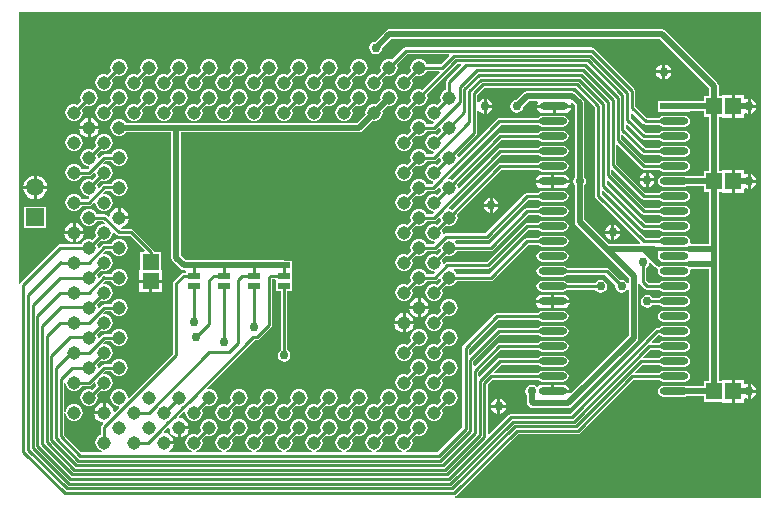
<source format=gbl>
G04 Layer_Physical_Order=2*
G04 Layer_Color=11436288*
%FSLAX24Y24*%
%MOIN*%
G70*
G01*
G75*
%ADD10R,0.0532X0.0571*%
%ADD11R,0.0945X0.0236*%
%ADD12O,0.0945X0.0236*%
%ADD13C,0.0100*%
%ADD14C,0.0090*%
%ADD15C,0.0200*%
%ADD16R,0.0590X0.0590*%
%ADD17C,0.0590*%
%ADD18C,0.0450*%
%ADD19C,0.0300*%
%ADD20R,0.0571X0.0532*%
%ADD21R,0.0400X0.0200*%
%ADD22C,0.0120*%
G36*
X36150Y24900D02*
X25941D01*
X25936Y24950D01*
X25968Y24956D01*
X26005Y24981D01*
X28047Y27023D01*
X30035D01*
X30035Y27023D01*
X30078Y27031D01*
X30114Y27056D01*
X31896Y28838D01*
X32756D01*
X32767Y28822D01*
X32826Y28782D01*
X32896Y28768D01*
X33604D01*
X33674Y28782D01*
X33733Y28822D01*
X33772Y28881D01*
X33786Y28950D01*
X33772Y29019D01*
X33733Y29078D01*
X33674Y29118D01*
X33604Y29132D01*
X32896D01*
X32826Y29118D01*
X32767Y29078D01*
X32756Y29062D01*
X31960D01*
X31941Y29108D01*
X32175Y29343D01*
X32753D01*
X32767Y29322D01*
X32826Y29282D01*
X32896Y29268D01*
X33604D01*
X33674Y29282D01*
X33733Y29322D01*
X33772Y29381D01*
X33786Y29450D01*
X33772Y29520D01*
X33733Y29578D01*
X33674Y29618D01*
X33604Y29632D01*
X32896D01*
X32826Y29618D01*
X32767Y29578D01*
X32753Y29557D01*
X32243D01*
X32223Y29603D01*
X32458Y29838D01*
X32756D01*
X32767Y29822D01*
X32826Y29782D01*
X32896Y29768D01*
X33604D01*
X33674Y29782D01*
X33733Y29822D01*
X33772Y29880D01*
X33786Y29950D01*
X33772Y30020D01*
X33733Y30078D01*
X33674Y30118D01*
X33604Y30132D01*
X32896D01*
X32826Y30118D01*
X32767Y30078D01*
X32756Y30062D01*
X32521D01*
X32502Y30108D01*
X32711Y30317D01*
X32767Y30322D01*
X32826Y30282D01*
X32896Y30268D01*
X33604D01*
X33674Y30282D01*
X33733Y30322D01*
X33772Y30380D01*
X33786Y30450D01*
X33772Y30519D01*
X33733Y30578D01*
X33674Y30618D01*
X33604Y30632D01*
X32896D01*
X32826Y30618D01*
X32767Y30578D01*
X32753Y30557D01*
X32692D01*
X32692Y30557D01*
X32651Y30549D01*
X32617Y30526D01*
X32617Y30526D01*
X29798Y27707D01*
X27808D01*
X27767Y27699D01*
X27732Y27676D01*
X27078Y27022D01*
X27032Y27041D01*
Y28674D01*
X27196Y28838D01*
X28706D01*
X28717Y28822D01*
X28776Y28782D01*
X28846Y28768D01*
X29554D01*
X29624Y28782D01*
X29683Y28822D01*
X29722Y28881D01*
X29736Y28950D01*
X29722Y29019D01*
X29683Y29078D01*
X29624Y29118D01*
X29554Y29132D01*
X28846D01*
X28776Y29118D01*
X28717Y29078D01*
X28706Y29062D01*
X27260D01*
X27241Y29108D01*
X27475Y29343D01*
X28703D01*
X28717Y29322D01*
X28776Y29282D01*
X28846Y29268D01*
X29554D01*
X29624Y29282D01*
X29683Y29322D01*
X29722Y29381D01*
X29736Y29450D01*
X29722Y29520D01*
X29683Y29578D01*
X29624Y29618D01*
X29554Y29632D01*
X28846D01*
X28776Y29618D01*
X28717Y29578D01*
X28703Y29557D01*
X27431D01*
X27390Y29549D01*
X27355Y29526D01*
X26768Y28939D01*
X26722Y28958D01*
Y29094D01*
X27466Y29838D01*
X28706D01*
X28717Y29822D01*
X28776Y29782D01*
X28846Y29768D01*
X29554D01*
X29624Y29782D01*
X29683Y29822D01*
X29722Y29880D01*
X29736Y29950D01*
X29722Y30020D01*
X29683Y30078D01*
X29624Y30118D01*
X29554Y30132D01*
X28846D01*
X28776Y30118D01*
X28717Y30078D01*
X28706Y30062D01*
X27419D01*
X27419Y30062D01*
X27376Y30054D01*
X27340Y30029D01*
X27340Y30029D01*
X26608Y29298D01*
X26562Y29317D01*
Y29461D01*
X27444Y30343D01*
X28703D01*
X28717Y30322D01*
X28776Y30282D01*
X28846Y30268D01*
X29554D01*
X29624Y30282D01*
X29683Y30322D01*
X29722Y30380D01*
X29736Y30450D01*
X29722Y30519D01*
X29683Y30578D01*
X29624Y30618D01*
X29554Y30632D01*
X28846D01*
X28776Y30618D01*
X28717Y30578D01*
X28703Y30557D01*
X27400D01*
X27400Y30557D01*
X27359Y30549D01*
X27324Y30526D01*
X26458Y29660D01*
X26412Y29679D01*
Y29854D01*
X27396Y30838D01*
X28706D01*
X28717Y30822D01*
X28776Y30782D01*
X28846Y30768D01*
X29554D01*
X29624Y30782D01*
X29683Y30822D01*
X29722Y30880D01*
X29736Y30950D01*
X29722Y31019D01*
X29683Y31078D01*
X29624Y31118D01*
X29554Y31132D01*
X28846D01*
X28776Y31118D01*
X28717Y31078D01*
X28706Y31062D01*
X27350D01*
X27307Y31054D01*
X27271Y31029D01*
X27271Y31029D01*
X26221Y29979D01*
X26196Y29943D01*
X26188Y29900D01*
X26188Y29900D01*
Y27246D01*
X25354Y26412D01*
X24306D01*
X24302Y26462D01*
X24322Y26465D01*
X24391Y26493D01*
X24451Y26539D01*
X24497Y26599D01*
X24525Y26668D01*
X24535Y26742D01*
X24525Y26817D01*
X24512Y26848D01*
X24642Y26978D01*
X24673Y26965D01*
X24748Y26955D01*
X24822Y26965D01*
X24891Y26993D01*
X24951Y27039D01*
X24997Y27099D01*
X25025Y27168D01*
X25035Y27242D01*
X25025Y27317D01*
X24997Y27386D01*
X24951Y27446D01*
X24891Y27491D01*
X24822Y27520D01*
X24748Y27530D01*
X24673Y27520D01*
X24604Y27491D01*
X24544Y27446D01*
X24499Y27386D01*
X24470Y27317D01*
X24460Y27242D01*
X24470Y27168D01*
X24483Y27136D01*
X24354Y27007D01*
X24322Y27020D01*
X24248Y27030D01*
X24173Y27020D01*
X24104Y26991D01*
X24044Y26946D01*
X23999Y26886D01*
X23970Y26817D01*
X23960Y26742D01*
X23970Y26668D01*
X23999Y26599D01*
X24044Y26539D01*
X24104Y26493D01*
X24173Y26465D01*
X24193Y26462D01*
X24190Y26412D01*
X23306D01*
X23303Y26462D01*
X23322Y26465D01*
X23391Y26493D01*
X23451Y26539D01*
X23497Y26599D01*
X23525Y26668D01*
X23535Y26742D01*
X23525Y26817D01*
X23512Y26848D01*
X23642Y26978D01*
X23673Y26965D01*
X23748Y26955D01*
X23822Y26965D01*
X23891Y26993D01*
X23951Y27039D01*
X23997Y27099D01*
X24025Y27168D01*
X24035Y27242D01*
X24025Y27317D01*
X23997Y27386D01*
X23951Y27446D01*
X23891Y27491D01*
X23822Y27520D01*
X23748Y27530D01*
X23673Y27520D01*
X23604Y27491D01*
X23544Y27446D01*
X23499Y27386D01*
X23470Y27317D01*
X23460Y27242D01*
X23470Y27168D01*
X23483Y27136D01*
X23354Y27007D01*
X23322Y27020D01*
X23248Y27030D01*
X23173Y27020D01*
X23104Y26991D01*
X23044Y26946D01*
X22999Y26886D01*
X22970Y26817D01*
X22960Y26742D01*
X22970Y26668D01*
X22999Y26599D01*
X23044Y26539D01*
X23104Y26493D01*
X23173Y26465D01*
X23193Y26462D01*
X23190Y26412D01*
X22306D01*
X22302Y26462D01*
X22322Y26465D01*
X22391Y26493D01*
X22451Y26539D01*
X22497Y26599D01*
X22525Y26668D01*
X22535Y26742D01*
X22525Y26817D01*
X22512Y26848D01*
X22642Y26978D01*
X22673Y26965D01*
X22748Y26955D01*
X22822Y26965D01*
X22891Y26993D01*
X22951Y27039D01*
X22997Y27099D01*
X23025Y27168D01*
X23035Y27242D01*
X23025Y27317D01*
X22997Y27386D01*
X22951Y27446D01*
X22891Y27491D01*
X22822Y27520D01*
X22748Y27530D01*
X22673Y27520D01*
X22604Y27491D01*
X22544Y27446D01*
X22499Y27386D01*
X22470Y27317D01*
X22460Y27242D01*
X22470Y27168D01*
X22483Y27136D01*
X22354Y27007D01*
X22322Y27020D01*
X22248Y27030D01*
X22173Y27020D01*
X22104Y26991D01*
X22044Y26946D01*
X21999Y26886D01*
X21970Y26817D01*
X21960Y26742D01*
X21970Y26668D01*
X21999Y26599D01*
X22044Y26539D01*
X22104Y26493D01*
X22173Y26465D01*
X22193Y26462D01*
X22190Y26412D01*
X21306D01*
X21302Y26462D01*
X21322Y26465D01*
X21391Y26493D01*
X21451Y26539D01*
X21497Y26599D01*
X21525Y26668D01*
X21535Y26742D01*
X21525Y26817D01*
X21512Y26848D01*
X21642Y26978D01*
X21673Y26965D01*
X21748Y26955D01*
X21822Y26965D01*
X21891Y26993D01*
X21951Y27039D01*
X21997Y27099D01*
X22025Y27168D01*
X22035Y27242D01*
X22025Y27317D01*
X21997Y27386D01*
X21951Y27446D01*
X21891Y27491D01*
X21822Y27520D01*
X21748Y27530D01*
X21673Y27520D01*
X21604Y27491D01*
X21544Y27446D01*
X21499Y27386D01*
X21470Y27317D01*
X21460Y27242D01*
X21470Y27168D01*
X21483Y27136D01*
X21354Y27007D01*
X21322Y27020D01*
X21248Y27030D01*
X21173Y27020D01*
X21104Y26991D01*
X21044Y26946D01*
X20999Y26886D01*
X20970Y26817D01*
X20960Y26742D01*
X20970Y26668D01*
X20999Y26599D01*
X21044Y26539D01*
X21104Y26493D01*
X21173Y26465D01*
X21193Y26462D01*
X21190Y26412D01*
X20306D01*
X20303Y26462D01*
X20322Y26465D01*
X20391Y26493D01*
X20451Y26539D01*
X20497Y26599D01*
X20525Y26668D01*
X20535Y26742D01*
X20525Y26817D01*
X20512Y26848D01*
X20642Y26978D01*
X20673Y26965D01*
X20748Y26955D01*
X20822Y26965D01*
X20891Y26993D01*
X20951Y27039D01*
X20997Y27099D01*
X21025Y27168D01*
X21035Y27242D01*
X21025Y27317D01*
X20997Y27386D01*
X20951Y27446D01*
X20891Y27491D01*
X20822Y27520D01*
X20748Y27530D01*
X20673Y27520D01*
X20604Y27491D01*
X20544Y27446D01*
X20499Y27386D01*
X20470Y27317D01*
X20460Y27242D01*
X20470Y27168D01*
X20483Y27136D01*
X20354Y27007D01*
X20322Y27020D01*
X20248Y27030D01*
X20173Y27020D01*
X20104Y26991D01*
X20044Y26946D01*
X19999Y26886D01*
X19970Y26817D01*
X19960Y26742D01*
X19970Y26668D01*
X19999Y26599D01*
X20044Y26539D01*
X20104Y26493D01*
X20173Y26465D01*
X20193Y26462D01*
X20190Y26412D01*
X19306D01*
X19303Y26462D01*
X19322Y26465D01*
X19391Y26493D01*
X19451Y26539D01*
X19497Y26599D01*
X19525Y26668D01*
X19535Y26742D01*
X19525Y26817D01*
X19512Y26848D01*
X19642Y26978D01*
X19673Y26965D01*
X19748Y26955D01*
X19822Y26965D01*
X19891Y26993D01*
X19951Y27039D01*
X19997Y27099D01*
X20025Y27168D01*
X20035Y27242D01*
X20025Y27317D01*
X19997Y27386D01*
X19951Y27446D01*
X19891Y27491D01*
X19822Y27520D01*
X19748Y27530D01*
X19673Y27520D01*
X19604Y27491D01*
X19544Y27446D01*
X19499Y27386D01*
X19470Y27317D01*
X19460Y27242D01*
X19470Y27168D01*
X19483Y27136D01*
X19354Y27007D01*
X19322Y27020D01*
X19248Y27030D01*
X19173Y27020D01*
X19104Y26991D01*
X19044Y26946D01*
X18999Y26886D01*
X18970Y26817D01*
X18960Y26742D01*
X18970Y26668D01*
X18999Y26599D01*
X19044Y26539D01*
X19104Y26493D01*
X19173Y26465D01*
X19193Y26462D01*
X19190Y26412D01*
X18306D01*
X18303Y26462D01*
X18322Y26465D01*
X18391Y26493D01*
X18451Y26539D01*
X18497Y26599D01*
X18525Y26668D01*
X18535Y26742D01*
X18525Y26817D01*
X18512Y26848D01*
X18642Y26978D01*
X18673Y26965D01*
X18748Y26955D01*
X18822Y26965D01*
X18891Y26993D01*
X18951Y27039D01*
X18997Y27099D01*
X19025Y27168D01*
X19035Y27242D01*
X19025Y27317D01*
X18997Y27386D01*
X18951Y27446D01*
X18891Y27491D01*
X18822Y27520D01*
X18748Y27530D01*
X18673Y27520D01*
X18604Y27491D01*
X18544Y27446D01*
X18499Y27386D01*
X18470Y27317D01*
X18460Y27242D01*
X18470Y27168D01*
X18483Y27136D01*
X18354Y27007D01*
X18322Y27020D01*
X18248Y27030D01*
X18173Y27020D01*
X18104Y26991D01*
X18044Y26946D01*
X17999Y26886D01*
X17970Y26817D01*
X17960Y26742D01*
X17970Y26668D01*
X17999Y26599D01*
X18044Y26539D01*
X18104Y26493D01*
X18173Y26465D01*
X18193Y26462D01*
X18190Y26412D01*
X17306D01*
X17303Y26462D01*
X17322Y26465D01*
X17391Y26493D01*
X17451Y26539D01*
X17497Y26599D01*
X17525Y26668D01*
X17535Y26742D01*
X17525Y26817D01*
X17512Y26848D01*
X17642Y26978D01*
X17673Y26965D01*
X17748Y26955D01*
X17822Y26965D01*
X17891Y26993D01*
X17951Y27039D01*
X17997Y27099D01*
X18025Y27168D01*
X18035Y27242D01*
X18025Y27317D01*
X17997Y27386D01*
X17951Y27446D01*
X17891Y27491D01*
X17822Y27520D01*
X17748Y27530D01*
X17673Y27520D01*
X17604Y27491D01*
X17544Y27446D01*
X17499Y27386D01*
X17470Y27317D01*
X17460Y27242D01*
X17470Y27168D01*
X17483Y27136D01*
X17354Y27007D01*
X17322Y27020D01*
X17248Y27030D01*
X17173Y27020D01*
X17104Y26991D01*
X17044Y26946D01*
X16999Y26886D01*
X16970Y26817D01*
X16960Y26742D01*
X16970Y26668D01*
X16999Y26599D01*
X17044Y26539D01*
X17104Y26493D01*
X17173Y26465D01*
X17193Y26462D01*
X17190Y26412D01*
X16430D01*
X16417Y26446D01*
X16416Y26462D01*
X16479Y26511D01*
X16532Y26579D01*
X16564Y26658D01*
X16569Y26692D01*
X16248D01*
Y26792D01*
X16569D01*
X16564Y26827D01*
X16532Y26906D01*
X16479Y26974D01*
X16412Y27026D01*
X16333Y27059D01*
X16261Y27069D01*
X16236Y27115D01*
X16375Y27254D01*
X16422Y27229D01*
X16431Y27158D01*
X16464Y27078D01*
X16516Y27011D01*
X16584Y26959D01*
X16663Y26926D01*
X16698Y26921D01*
Y27242D01*
X16748D01*
Y27292D01*
X17069D01*
X17064Y27327D01*
X17032Y27406D01*
X16979Y27474D01*
X16912Y27526D01*
X16833Y27559D01*
X16761Y27569D01*
X16736Y27615D01*
X16917Y27795D01*
X16964Y27772D01*
X16960Y27742D01*
X16970Y27668D01*
X16999Y27599D01*
X17044Y27539D01*
X17104Y27493D01*
X17173Y27465D01*
X17248Y27455D01*
X17322Y27465D01*
X17391Y27493D01*
X17451Y27539D01*
X17497Y27599D01*
X17525Y27668D01*
X17535Y27742D01*
X17525Y27817D01*
X17512Y27848D01*
X17642Y27978D01*
X17673Y27965D01*
X17748Y27955D01*
X17822Y27965D01*
X17891Y27993D01*
X17951Y28039D01*
X17997Y28099D01*
X18025Y28168D01*
X18035Y28242D01*
X18025Y28317D01*
X17997Y28386D01*
X17951Y28446D01*
X17891Y28491D01*
X17822Y28520D01*
X17748Y28530D01*
X17718Y28526D01*
X17695Y28573D01*
X19274Y30153D01*
X19340D01*
X19381Y30161D01*
X19416Y30184D01*
X19826Y30594D01*
X19826Y30594D01*
X19849Y30629D01*
X19857Y30670D01*
X19857Y30670D01*
Y32193D01*
X19954D01*
X19990Y32143D01*
Y32140D01*
Y32125D01*
Y32110D01*
X19990Y32090D01*
Y31790D01*
X20138D01*
Y29828D01*
X20099Y29801D01*
X20052Y29732D01*
X20036Y29650D01*
X20052Y29568D01*
X20099Y29499D01*
X20168Y29452D01*
X20250Y29436D01*
X20332Y29452D01*
X20401Y29499D01*
X20448Y29568D01*
X20464Y29650D01*
X20448Y29732D01*
X20401Y29801D01*
X20362Y29828D01*
Y31790D01*
X20510D01*
Y32090D01*
X20510Y32110D01*
Y32125D01*
Y32140D01*
X20510Y32160D01*
Y32460D01*
X20510D01*
Y32490D01*
X20510D01*
Y32810D01*
X20266D01*
X20250Y32813D01*
X16968D01*
X16813Y32968D01*
Y37079D01*
X22748D01*
X22810Y37092D01*
X22863Y37127D01*
X23198Y37462D01*
X23248Y37455D01*
X23322Y37465D01*
X23391Y37493D01*
X23451Y37539D01*
X23497Y37599D01*
X23525Y37668D01*
X23535Y37742D01*
X23529Y37793D01*
X23698Y37962D01*
X23748Y37955D01*
X23822Y37965D01*
X23891Y37993D01*
X23951Y38039D01*
X23997Y38099D01*
X24025Y38168D01*
X24035Y38242D01*
X24025Y38317D01*
X23997Y38386D01*
X23951Y38446D01*
X23891Y38491D01*
X23822Y38520D01*
X23748Y38530D01*
X23673Y38520D01*
X23604Y38491D01*
X23544Y38446D01*
X23499Y38386D01*
X23470Y38317D01*
X23460Y38242D01*
X23467Y38192D01*
X23298Y38023D01*
X23248Y38030D01*
X23173Y38020D01*
X23104Y37991D01*
X23044Y37946D01*
X22999Y37886D01*
X22970Y37817D01*
X22960Y37742D01*
X22967Y37692D01*
X22680Y37406D01*
X22255D01*
X22253Y37447D01*
X22252Y37453D01*
X22252Y37453D01*
X22252Y37455D01*
X22289Y37460D01*
X22290Y37461D01*
X22290D01*
X22322Y37465D01*
X22391Y37493D01*
X22451Y37539D01*
X22497Y37599D01*
X22525Y37668D01*
X22535Y37742D01*
X22525Y37817D01*
X22512Y37848D01*
X22642Y37978D01*
X22673Y37965D01*
X22748Y37955D01*
X22822Y37965D01*
X22891Y37993D01*
X22951Y38039D01*
X22997Y38099D01*
X23025Y38168D01*
X23035Y38242D01*
X23025Y38317D01*
X22997Y38386D01*
X22951Y38446D01*
X22891Y38491D01*
X22822Y38520D01*
X22748Y38530D01*
X22673Y38520D01*
X22604Y38491D01*
X22544Y38446D01*
X22499Y38386D01*
X22470Y38317D01*
X22460Y38242D01*
X22470Y38168D01*
X22483Y38136D01*
X22354Y38007D01*
X22322Y38020D01*
X22248Y38030D01*
X22173Y38020D01*
X22104Y37991D01*
X22044Y37946D01*
X21999Y37886D01*
X21970Y37817D01*
X21960Y37742D01*
X21970Y37668D01*
X21999Y37599D01*
X22044Y37539D01*
X22104Y37493D01*
X22173Y37465D01*
X22205Y37461D01*
X22205Y37461D01*
X22206Y37460D01*
X22243Y37455D01*
X22243Y37453D01*
Y37453D01*
X22243Y37447D01*
X22240Y37406D01*
X21255D01*
X21253Y37447D01*
X21252Y37453D01*
X21252Y37453D01*
X21252Y37455D01*
X21289Y37460D01*
X21290Y37461D01*
X21290D01*
X21322Y37465D01*
X21391Y37493D01*
X21451Y37539D01*
X21497Y37599D01*
X21525Y37668D01*
X21535Y37742D01*
X21525Y37817D01*
X21512Y37848D01*
X21642Y37978D01*
X21673Y37965D01*
X21748Y37955D01*
X21822Y37965D01*
X21891Y37993D01*
X21951Y38039D01*
X21997Y38099D01*
X22025Y38168D01*
X22035Y38242D01*
X22025Y38317D01*
X21997Y38386D01*
X21951Y38446D01*
X21891Y38491D01*
X21822Y38520D01*
X21748Y38530D01*
X21673Y38520D01*
X21604Y38491D01*
X21544Y38446D01*
X21499Y38386D01*
X21470Y38317D01*
X21460Y38242D01*
X21470Y38168D01*
X21483Y38136D01*
X21354Y38007D01*
X21322Y38020D01*
X21248Y38030D01*
X21173Y38020D01*
X21104Y37991D01*
X21044Y37946D01*
X20999Y37886D01*
X20970Y37817D01*
X20960Y37742D01*
X20970Y37668D01*
X20999Y37599D01*
X21044Y37539D01*
X21104Y37493D01*
X21173Y37465D01*
X21205Y37461D01*
X21205Y37461D01*
X21206Y37460D01*
X21243Y37455D01*
X21243Y37453D01*
Y37453D01*
X21243Y37447D01*
X21240Y37406D01*
X20255D01*
X20253Y37447D01*
X20252Y37453D01*
X20252Y37453D01*
X20252Y37455D01*
X20289Y37460D01*
X20290Y37461D01*
X20290D01*
X20322Y37465D01*
X20391Y37493D01*
X20451Y37539D01*
X20497Y37599D01*
X20525Y37668D01*
X20535Y37742D01*
X20525Y37817D01*
X20512Y37848D01*
X20642Y37978D01*
X20673Y37965D01*
X20748Y37955D01*
X20822Y37965D01*
X20891Y37993D01*
X20951Y38039D01*
X20997Y38099D01*
X21025Y38168D01*
X21035Y38242D01*
X21025Y38317D01*
X20997Y38386D01*
X20951Y38446D01*
X20891Y38491D01*
X20822Y38520D01*
X20748Y38530D01*
X20673Y38520D01*
X20604Y38491D01*
X20544Y38446D01*
X20499Y38386D01*
X20470Y38317D01*
X20460Y38242D01*
X20470Y38168D01*
X20483Y38136D01*
X20354Y38007D01*
X20322Y38020D01*
X20248Y38030D01*
X20173Y38020D01*
X20104Y37991D01*
X20044Y37946D01*
X19999Y37886D01*
X19970Y37817D01*
X19960Y37742D01*
X19970Y37668D01*
X19999Y37599D01*
X20044Y37539D01*
X20104Y37493D01*
X20173Y37465D01*
X20205Y37461D01*
X20205Y37461D01*
X20206Y37460D01*
X20243Y37455D01*
X20243Y37453D01*
Y37453D01*
X20243Y37447D01*
X20240Y37406D01*
X19255D01*
X19253Y37447D01*
X19252Y37453D01*
X19252Y37453D01*
X19252Y37455D01*
X19289Y37460D01*
X19290Y37461D01*
X19290D01*
X19322Y37465D01*
X19391Y37493D01*
X19451Y37539D01*
X19497Y37599D01*
X19525Y37668D01*
X19535Y37742D01*
X19525Y37817D01*
X19512Y37848D01*
X19642Y37978D01*
X19673Y37965D01*
X19748Y37955D01*
X19822Y37965D01*
X19891Y37993D01*
X19951Y38039D01*
X19997Y38099D01*
X20025Y38168D01*
X20035Y38242D01*
X20025Y38317D01*
X19997Y38386D01*
X19951Y38446D01*
X19891Y38491D01*
X19822Y38520D01*
X19748Y38530D01*
X19673Y38520D01*
X19604Y38491D01*
X19544Y38446D01*
X19499Y38386D01*
X19470Y38317D01*
X19460Y38242D01*
X19470Y38168D01*
X19483Y38136D01*
X19354Y38007D01*
X19322Y38020D01*
X19248Y38030D01*
X19173Y38020D01*
X19104Y37991D01*
X19044Y37946D01*
X18999Y37886D01*
X18970Y37817D01*
X18960Y37742D01*
X18970Y37668D01*
X18999Y37599D01*
X19044Y37539D01*
X19104Y37493D01*
X19173Y37465D01*
X19205Y37461D01*
X19205Y37461D01*
X19206Y37460D01*
X19243Y37455D01*
X19243Y37453D01*
Y37453D01*
X19243Y37447D01*
X19240Y37406D01*
X18255D01*
X18253Y37447D01*
X18252Y37453D01*
X18252Y37453D01*
X18252Y37455D01*
X18289Y37460D01*
X18290Y37461D01*
X18290D01*
X18322Y37465D01*
X18391Y37493D01*
X18451Y37539D01*
X18497Y37599D01*
X18525Y37668D01*
X18535Y37742D01*
X18525Y37817D01*
X18512Y37848D01*
X18642Y37978D01*
X18673Y37965D01*
X18748Y37955D01*
X18822Y37965D01*
X18891Y37993D01*
X18951Y38039D01*
X18997Y38099D01*
X19025Y38168D01*
X19035Y38242D01*
X19025Y38317D01*
X18997Y38386D01*
X18951Y38446D01*
X18891Y38491D01*
X18822Y38520D01*
X18748Y38530D01*
X18673Y38520D01*
X18604Y38491D01*
X18544Y38446D01*
X18499Y38386D01*
X18470Y38317D01*
X18460Y38242D01*
X18470Y38168D01*
X18483Y38136D01*
X18354Y38007D01*
X18322Y38020D01*
X18248Y38030D01*
X18173Y38020D01*
X18104Y37991D01*
X18044Y37946D01*
X17999Y37886D01*
X17970Y37817D01*
X17960Y37742D01*
X17970Y37668D01*
X17999Y37599D01*
X18044Y37539D01*
X18104Y37493D01*
X18173Y37465D01*
X18205Y37461D01*
X18205Y37461D01*
X18206Y37460D01*
X18243Y37455D01*
X18243Y37453D01*
Y37453D01*
X18243Y37447D01*
X18240Y37406D01*
X17255D01*
X17253Y37447D01*
X17252Y37453D01*
X17252Y37453D01*
X17252Y37455D01*
X17289Y37460D01*
X17290Y37461D01*
X17290D01*
X17322Y37465D01*
X17391Y37493D01*
X17451Y37539D01*
X17497Y37599D01*
X17525Y37668D01*
X17535Y37742D01*
X17525Y37817D01*
X17512Y37848D01*
X17642Y37978D01*
X17673Y37965D01*
X17748Y37955D01*
X17822Y37965D01*
X17891Y37993D01*
X17951Y38039D01*
X17997Y38099D01*
X18025Y38168D01*
X18035Y38242D01*
X18025Y38317D01*
X17997Y38386D01*
X17951Y38446D01*
X17891Y38491D01*
X17822Y38520D01*
X17748Y38530D01*
X17673Y38520D01*
X17604Y38491D01*
X17544Y38446D01*
X17499Y38386D01*
X17470Y38317D01*
X17460Y38242D01*
X17470Y38168D01*
X17483Y38136D01*
X17354Y38007D01*
X17322Y38020D01*
X17248Y38030D01*
X17173Y38020D01*
X17104Y37991D01*
X17044Y37946D01*
X16999Y37886D01*
X16970Y37817D01*
X16960Y37742D01*
X16970Y37668D01*
X16999Y37599D01*
X17044Y37539D01*
X17104Y37493D01*
X17173Y37465D01*
X17205Y37461D01*
X17205Y37461D01*
X17206Y37460D01*
X17243Y37455D01*
X17243Y37453D01*
Y37453D01*
X17243Y37447D01*
X17240Y37406D01*
X16255D01*
X16253Y37447D01*
X16252Y37453D01*
X16252Y37453D01*
X16252Y37455D01*
X16289Y37460D01*
X16290Y37461D01*
X16290D01*
X16322Y37465D01*
X16391Y37493D01*
X16451Y37539D01*
X16497Y37599D01*
X16525Y37668D01*
X16535Y37742D01*
X16525Y37817D01*
X16512Y37848D01*
X16642Y37978D01*
X16673Y37965D01*
X16748Y37955D01*
X16822Y37965D01*
X16891Y37993D01*
X16951Y38039D01*
X16997Y38099D01*
X17025Y38168D01*
X17035Y38242D01*
X17025Y38317D01*
X16997Y38386D01*
X16951Y38446D01*
X16891Y38491D01*
X16822Y38520D01*
X16748Y38530D01*
X16673Y38520D01*
X16604Y38491D01*
X16544Y38446D01*
X16499Y38386D01*
X16470Y38317D01*
X16460Y38242D01*
X16470Y38168D01*
X16483Y38136D01*
X16354Y38007D01*
X16322Y38020D01*
X16248Y38030D01*
X16173Y38020D01*
X16104Y37991D01*
X16044Y37946D01*
X15999Y37886D01*
X15970Y37817D01*
X15960Y37742D01*
X15970Y37668D01*
X15999Y37599D01*
X16044Y37539D01*
X16104Y37493D01*
X16173Y37465D01*
X16205Y37461D01*
X16205Y37461D01*
X16206Y37460D01*
X16243Y37455D01*
X16243Y37453D01*
Y37453D01*
X16243Y37447D01*
X16240Y37406D01*
X15255D01*
X15253Y37447D01*
X15252Y37453D01*
X15252Y37453D01*
X15252Y37455D01*
X15289Y37460D01*
X15290Y37461D01*
X15290D01*
X15322Y37465D01*
X15391Y37493D01*
X15451Y37539D01*
X15497Y37599D01*
X15525Y37668D01*
X15535Y37742D01*
X15525Y37817D01*
X15512Y37848D01*
X15642Y37978D01*
X15673Y37965D01*
X15748Y37955D01*
X15822Y37965D01*
X15891Y37993D01*
X15951Y38039D01*
X15997Y38099D01*
X16025Y38168D01*
X16035Y38242D01*
X16025Y38317D01*
X15997Y38386D01*
X15951Y38446D01*
X15891Y38491D01*
X15822Y38520D01*
X15748Y38530D01*
X15673Y38520D01*
X15604Y38491D01*
X15544Y38446D01*
X15499Y38386D01*
X15470Y38317D01*
X15460Y38242D01*
X15470Y38168D01*
X15483Y38136D01*
X15354Y38007D01*
X15322Y38020D01*
X15248Y38030D01*
X15173Y38020D01*
X15104Y37991D01*
X15044Y37946D01*
X14999Y37886D01*
X14970Y37817D01*
X14960Y37742D01*
X14970Y37668D01*
X14999Y37599D01*
X15044Y37539D01*
X15104Y37493D01*
X15173Y37465D01*
X15205Y37461D01*
X15205Y37461D01*
X15206Y37460D01*
X15243Y37455D01*
X15243Y37453D01*
Y37453D01*
X15243Y37447D01*
X15240Y37406D01*
X14982D01*
X14951Y37446D01*
X14891Y37491D01*
X14822Y37520D01*
X14748Y37530D01*
X14673Y37520D01*
X14604Y37491D01*
X14544Y37446D01*
X14499Y37386D01*
X14470Y37317D01*
X14460Y37242D01*
X14470Y37168D01*
X14499Y37099D01*
X14544Y37039D01*
X14604Y36993D01*
X14673Y36965D01*
X14748Y36955D01*
X14822Y36965D01*
X14891Y36993D01*
X14951Y37039D01*
X14982Y37079D01*
X16487D01*
Y32900D01*
X16499Y32838D01*
X16535Y32785D01*
X16785Y32535D01*
X16838Y32499D01*
X16900Y32487D01*
X16951D01*
X16990Y32460D01*
Y32407D01*
X16900D01*
X16859Y32399D01*
X16824Y32376D01*
X16824Y32376D01*
X16574Y32126D01*
X16551Y32091D01*
X16543Y32050D01*
Y29694D01*
X15080Y28231D01*
X15033Y28256D01*
X15025Y28317D01*
X14997Y28386D01*
X14951Y28446D01*
X14891Y28491D01*
X14822Y28520D01*
X14748Y28530D01*
X14673Y28520D01*
X14604Y28491D01*
X14544Y28446D01*
X14499Y28386D01*
X14470Y28317D01*
X14460Y28242D01*
X14470Y28168D01*
X14499Y28099D01*
X14544Y28039D01*
X14604Y27993D01*
X14673Y27965D01*
X14735Y27957D01*
X14759Y27910D01*
X14622Y27773D01*
X14569Y27791D01*
X14564Y27827D01*
X14532Y27906D01*
X14479Y27974D01*
X14412Y28026D01*
X14333Y28059D01*
X14298Y28064D01*
Y27742D01*
X14248D01*
Y27692D01*
X13926D01*
X13931Y27658D01*
X13964Y27578D01*
X14016Y27511D01*
X14084Y27459D01*
X14163Y27426D01*
X14199Y27421D01*
X14217Y27368D01*
X14172Y27323D01*
X14149Y27289D01*
X14141Y27248D01*
Y27007D01*
X14104Y26991D01*
X14044Y26946D01*
X13999Y26886D01*
X13970Y26817D01*
X13960Y26742D01*
X13970Y26668D01*
X13999Y26599D01*
X14044Y26539D01*
X14104Y26493D01*
X14173Y26465D01*
X14193Y26462D01*
X14190Y26412D01*
X13496D01*
X12912Y26996D01*
Y27725D01*
X12958Y27728D01*
X12961Y27728D01*
X12962Y27728D01*
X12962Y27728D01*
X12965Y27709D01*
Y27709D01*
X12970Y27668D01*
X12999Y27599D01*
X13044Y27539D01*
X13104Y27493D01*
X13173Y27465D01*
X13248Y27455D01*
X13322Y27465D01*
X13391Y27493D01*
X13451Y27539D01*
X13497Y27599D01*
X13525Y27668D01*
X13535Y27742D01*
X13525Y27817D01*
X13497Y27886D01*
X13451Y27946D01*
X13391Y27991D01*
X13322Y28020D01*
X13248Y28030D01*
X13173Y28020D01*
X13104Y27991D01*
X13044Y27946D01*
X12999Y27886D01*
X12970Y27817D01*
X12965Y27776D01*
Y27776D01*
X12962Y27757D01*
X12962Y27757D01*
X12961Y27757D01*
X12958Y27757D01*
X12912Y27760D01*
Y28725D01*
X12962Y28728D01*
X12970Y28668D01*
X12999Y28599D01*
X13044Y28539D01*
X13104Y28493D01*
X13173Y28465D01*
X13248Y28455D01*
X13322Y28465D01*
X13391Y28493D01*
X13451Y28539D01*
X13497Y28599D01*
X13512Y28635D01*
X13742D01*
X13783Y28643D01*
X13818Y28667D01*
X13912Y28761D01*
X13950Y28747D01*
X13961Y28739D01*
X13970Y28668D01*
X13983Y28636D01*
X13854Y28507D01*
X13822Y28520D01*
X13748Y28530D01*
X13673Y28520D01*
X13604Y28491D01*
X13544Y28446D01*
X13499Y28386D01*
X13470Y28317D01*
X13460Y28242D01*
X13470Y28168D01*
X13499Y28099D01*
X13544Y28039D01*
X13604Y27993D01*
X13673Y27965D01*
X13748Y27955D01*
X13822Y27965D01*
X13891Y27993D01*
X13951Y28039D01*
X13997Y28099D01*
X14025Y28168D01*
X14035Y28242D01*
X14025Y28317D01*
X14012Y28348D01*
X14142Y28478D01*
X14173Y28465D01*
X14248Y28455D01*
X14322Y28465D01*
X14391Y28493D01*
X14451Y28539D01*
X14497Y28599D01*
X14525Y28668D01*
X14535Y28742D01*
X14525Y28817D01*
X14497Y28886D01*
X14451Y28946D01*
X14391Y28991D01*
X14322Y29020D01*
X14251Y29029D01*
X14244Y29041D01*
X14229Y29078D01*
X14287Y29135D01*
X14484D01*
X14499Y29099D01*
X14544Y29039D01*
X14604Y28993D01*
X14673Y28965D01*
X14748Y28955D01*
X14822Y28965D01*
X14891Y28993D01*
X14951Y29039D01*
X14997Y29099D01*
X15025Y29168D01*
X15035Y29242D01*
X15025Y29317D01*
X14997Y29386D01*
X14951Y29446D01*
X14891Y29491D01*
X14822Y29520D01*
X14748Y29530D01*
X14673Y29520D01*
X14604Y29491D01*
X14544Y29446D01*
X14499Y29386D01*
X14484Y29349D01*
X14242D01*
X14242Y29349D01*
X14201Y29341D01*
X14167Y29318D01*
X14080Y29231D01*
X14033Y29256D01*
X14025Y29317D01*
X14012Y29348D01*
X14142Y29478D01*
X14173Y29465D01*
X14248Y29455D01*
X14322Y29465D01*
X14391Y29493D01*
X14451Y29539D01*
X14497Y29599D01*
X14525Y29668D01*
X14535Y29742D01*
X14525Y29817D01*
X14497Y29886D01*
X14451Y29946D01*
X14391Y29991D01*
X14322Y30020D01*
X14251Y30029D01*
X14244Y30041D01*
X14229Y30078D01*
X14287Y30135D01*
X14484D01*
X14499Y30099D01*
X14544Y30039D01*
X14604Y29993D01*
X14673Y29965D01*
X14748Y29955D01*
X14822Y29965D01*
X14891Y29993D01*
X14951Y30039D01*
X14997Y30099D01*
X15025Y30168D01*
X15035Y30242D01*
X15025Y30317D01*
X14997Y30386D01*
X14951Y30446D01*
X14891Y30491D01*
X14822Y30520D01*
X14748Y30530D01*
X14673Y30520D01*
X14604Y30491D01*
X14544Y30446D01*
X14499Y30386D01*
X14484Y30349D01*
X14242D01*
X14242Y30349D01*
X14201Y30341D01*
X14167Y30318D01*
X14080Y30231D01*
X14033Y30256D01*
X14025Y30317D01*
X14012Y30348D01*
X14142Y30478D01*
X14173Y30465D01*
X14248Y30455D01*
X14322Y30465D01*
X14391Y30493D01*
X14451Y30539D01*
X14497Y30599D01*
X14525Y30668D01*
X14535Y30742D01*
X14525Y30817D01*
X14497Y30886D01*
X14451Y30946D01*
X14391Y30991D01*
X14322Y31020D01*
X14251Y31029D01*
X14244Y31041D01*
X14229Y31078D01*
X14287Y31135D01*
X14484D01*
X14499Y31099D01*
X14544Y31039D01*
X14604Y30993D01*
X14673Y30965D01*
X14748Y30955D01*
X14822Y30965D01*
X14891Y30993D01*
X14951Y31039D01*
X14997Y31099D01*
X15025Y31168D01*
X15035Y31242D01*
X15025Y31317D01*
X14997Y31386D01*
X14951Y31446D01*
X14891Y31491D01*
X14822Y31520D01*
X14748Y31530D01*
X14673Y31520D01*
X14604Y31491D01*
X14544Y31446D01*
X14499Y31386D01*
X14484Y31349D01*
X14242D01*
X14242Y31349D01*
X14201Y31341D01*
X14167Y31318D01*
X14080Y31231D01*
X14033Y31256D01*
X14025Y31317D01*
X14012Y31348D01*
X14142Y31478D01*
X14173Y31465D01*
X14248Y31455D01*
X14322Y31465D01*
X14391Y31493D01*
X14451Y31539D01*
X14497Y31599D01*
X14525Y31668D01*
X14535Y31742D01*
X14525Y31817D01*
X14497Y31886D01*
X14451Y31946D01*
X14391Y31991D01*
X14322Y32020D01*
X14251Y32029D01*
X14244Y32041D01*
X14229Y32078D01*
X14287Y32135D01*
X14484D01*
X14499Y32099D01*
X14544Y32039D01*
X14604Y31993D01*
X14673Y31965D01*
X14748Y31955D01*
X14822Y31965D01*
X14891Y31993D01*
X14951Y32039D01*
X14997Y32099D01*
X15025Y32168D01*
X15035Y32242D01*
X15025Y32317D01*
X14997Y32386D01*
X14951Y32446D01*
X14891Y32491D01*
X14822Y32520D01*
X14748Y32530D01*
X14673Y32520D01*
X14604Y32491D01*
X14544Y32446D01*
X14499Y32386D01*
X14484Y32349D01*
X14288D01*
X14250Y32357D01*
X14209Y32349D01*
X14174Y32326D01*
X14080Y32231D01*
X14033Y32256D01*
X14025Y32317D01*
X14012Y32348D01*
X14142Y32478D01*
X14173Y32465D01*
X14248Y32455D01*
X14322Y32465D01*
X14391Y32493D01*
X14451Y32539D01*
X14497Y32599D01*
X14525Y32668D01*
X14535Y32742D01*
X14525Y32817D01*
X14497Y32886D01*
X14451Y32946D01*
X14391Y32991D01*
X14322Y33020D01*
X14251Y33029D01*
X14244Y33041D01*
X14229Y33078D01*
X14294Y33143D01*
X14480D01*
X14499Y33099D01*
X14544Y33039D01*
X14604Y32993D01*
X14673Y32965D01*
X14748Y32955D01*
X14822Y32965D01*
X14891Y32993D01*
X14951Y33039D01*
X14997Y33099D01*
X15025Y33168D01*
X15035Y33242D01*
X15025Y33317D01*
X14997Y33386D01*
X14951Y33446D01*
X14891Y33491D01*
X14822Y33520D01*
X14748Y33530D01*
X14673Y33520D01*
X14604Y33491D01*
X14544Y33446D01*
X14499Y33386D01*
X14487Y33357D01*
X14250D01*
X14250Y33357D01*
X14209Y33349D01*
X14174Y33326D01*
X14080Y33231D01*
X14033Y33256D01*
X14025Y33317D01*
X14012Y33348D01*
X14142Y33478D01*
X14173Y33465D01*
X14248Y33455D01*
X14322Y33465D01*
X14391Y33493D01*
X14451Y33539D01*
X14497Y33599D01*
X14525Y33668D01*
X14535Y33742D01*
X14535Y33743D01*
X14582Y33766D01*
X14674Y33674D01*
X14674Y33674D01*
X14709Y33651D01*
X14750Y33643D01*
X14750Y33643D01*
X15106D01*
X15602Y33147D01*
X15583Y33101D01*
X15455D01*
Y32491D01*
X15415D01*
Y32175D01*
X16185D01*
Y32491D01*
X16145D01*
Y33101D01*
X15907D01*
X15899Y33141D01*
X15876Y33176D01*
X15226Y33826D01*
X15191Y33849D01*
X15150Y33857D01*
X14831D01*
X14820Y33874D01*
X14826Y33901D01*
X14841Y33929D01*
X14912Y33959D01*
X14979Y34011D01*
X15032Y34079D01*
X15064Y34158D01*
X15069Y34192D01*
X14748D01*
Y34242D01*
X14698D01*
Y34564D01*
X14663Y34559D01*
X14584Y34526D01*
X14516Y34474D01*
X14464Y34406D01*
X14431Y34327D01*
X14427Y34295D01*
X14374Y34277D01*
X14333Y34318D01*
X14299Y34341D01*
X14258Y34349D01*
X14012D01*
X13997Y34386D01*
X13951Y34446D01*
X13891Y34491D01*
X13822Y34520D01*
X13748Y34530D01*
X13673Y34520D01*
X13604Y34491D01*
X13544Y34446D01*
X13499Y34386D01*
X13470Y34317D01*
X13460Y34242D01*
X13470Y34168D01*
X13499Y34099D01*
X13544Y34039D01*
X13604Y33993D01*
X13673Y33965D01*
X13748Y33955D01*
X13822Y33965D01*
X13891Y33993D01*
X13951Y34039D01*
X13997Y34099D01*
X14012Y34135D01*
X14213D01*
X14271Y34077D01*
X14248Y34030D01*
X14248Y34030D01*
X14173Y34020D01*
X14104Y33991D01*
X14044Y33946D01*
X13999Y33886D01*
X13970Y33817D01*
X13960Y33742D01*
X13970Y33668D01*
X13983Y33636D01*
X13854Y33507D01*
X13822Y33520D01*
X13748Y33530D01*
X13673Y33520D01*
X13604Y33491D01*
X13544Y33446D01*
X13499Y33386D01*
X13486Y33355D01*
X12792D01*
X12792Y33355D01*
X12749Y33346D01*
X12713Y33322D01*
X12713Y33322D01*
X11481Y32089D01*
X11456Y32053D01*
X11450Y32021D01*
X11400Y32026D01*
Y41090D01*
X36150D01*
Y24900D01*
D02*
G37*
%LPC*%
G36*
X32350Y31664D02*
X32268Y31648D01*
X32199Y31601D01*
X32152Y31532D01*
X32136Y31450D01*
X32152Y31368D01*
X32199Y31299D01*
X32268Y31252D01*
X32350Y31236D01*
X32432Y31252D01*
X32501Y31299D01*
X32528Y31338D01*
X32756D01*
X32767Y31322D01*
X32826Y31282D01*
X32896Y31268D01*
X33604D01*
X33674Y31282D01*
X33733Y31322D01*
X33772Y31381D01*
X33786Y31450D01*
X33772Y31519D01*
X33733Y31578D01*
X33674Y31618D01*
X33604Y31632D01*
X32896D01*
X32826Y31618D01*
X32767Y31578D01*
X32756Y31562D01*
X32528D01*
X32501Y31601D01*
X32432Y31648D01*
X32350Y31664D01*
D02*
G37*
G36*
X29767Y31400D02*
X29250D01*
Y31228D01*
X29554D01*
X29639Y31245D01*
X29712Y31293D01*
X29760Y31365D01*
X29767Y31400D01*
D02*
G37*
G36*
X29150Y31672D02*
X28846D01*
X28761Y31655D01*
X28688Y31607D01*
X28640Y31535D01*
X28633Y31500D01*
X29150D01*
Y31672D01*
D02*
G37*
G36*
X24798Y31564D02*
Y31292D01*
X25069D01*
X25064Y31327D01*
X25032Y31406D01*
X24979Y31474D01*
X24912Y31526D01*
X24833Y31559D01*
X24798Y31564D01*
D02*
G37*
G36*
X24698D02*
X24663Y31559D01*
X24584Y31526D01*
X24516Y31474D01*
X24464Y31406D01*
X24431Y31327D01*
X24426Y31292D01*
X24698D01*
Y31564D01*
D02*
G37*
G36*
Y31192D02*
X24426D01*
X24431Y31158D01*
X24464Y31079D01*
X24516Y31011D01*
X24584Y30959D01*
X24663Y30926D01*
X24698Y30921D01*
Y31192D01*
D02*
G37*
G36*
X24298Y31064D02*
Y30792D01*
X24569D01*
X24564Y30827D01*
X24532Y30906D01*
X24479Y30974D01*
X24412Y31026D01*
X24333Y31059D01*
X24298Y31064D01*
D02*
G37*
G36*
X24198D02*
X24163Y31059D01*
X24084Y31026D01*
X24016Y30974D01*
X23964Y30906D01*
X23931Y30827D01*
X23926Y30792D01*
X24198D01*
Y31064D01*
D02*
G37*
G36*
X29150Y31400D02*
X28633D01*
X28640Y31365D01*
X28688Y31293D01*
X28761Y31245D01*
X28846Y31228D01*
X29150D01*
Y31400D01*
D02*
G37*
G36*
X25748Y31530D02*
X25673Y31520D01*
X25604Y31491D01*
X25544Y31446D01*
X25499Y31386D01*
X25470Y31317D01*
X25460Y31242D01*
X25470Y31168D01*
X25483Y31136D01*
X25354Y31007D01*
X25322Y31020D01*
X25248Y31030D01*
X25173Y31020D01*
X25104Y30991D01*
X25044Y30946D01*
X24999Y30886D01*
X24970Y30817D01*
X24960Y30742D01*
X24970Y30668D01*
X24999Y30599D01*
X25044Y30539D01*
X25104Y30493D01*
X25173Y30465D01*
X25248Y30455D01*
X25322Y30465D01*
X25391Y30493D01*
X25451Y30539D01*
X25497Y30599D01*
X25525Y30668D01*
X25535Y30742D01*
X25525Y30817D01*
X25512Y30848D01*
X25642Y30978D01*
X25673Y30965D01*
X25748Y30955D01*
X25822Y30965D01*
X25891Y30993D01*
X25951Y31039D01*
X25997Y31099D01*
X26025Y31168D01*
X26035Y31242D01*
X26025Y31317D01*
X25997Y31386D01*
X25951Y31446D01*
X25891Y31491D01*
X25822Y31520D01*
X25748Y31530D01*
D02*
G37*
G36*
X25069Y31192D02*
X24798D01*
Y30921D01*
X24833Y30926D01*
X24912Y30959D01*
X24979Y31011D01*
X25032Y31079D01*
X25064Y31158D01*
X25069Y31192D01*
D02*
G37*
G36*
X29554Y31672D02*
X29250D01*
Y31500D01*
X29767D01*
X29760Y31535D01*
X29712Y31607D01*
X29639Y31655D01*
X29554Y31672D01*
D02*
G37*
G36*
X13198Y34064D02*
X13163Y34059D01*
X13084Y34026D01*
X13016Y33974D01*
X12964Y33906D01*
X12931Y33827D01*
X12926Y33792D01*
X13198D01*
Y34064D01*
D02*
G37*
G36*
X31445Y33700D02*
X31250D01*
Y33505D01*
X31298Y33514D01*
X31380Y33570D01*
X31435Y33652D01*
X31445Y33700D01*
D02*
G37*
G36*
X31150D02*
X30955D01*
X30965Y33652D01*
X31020Y33570D01*
X31102Y33514D01*
X31150Y33505D01*
Y33700D01*
D02*
G37*
G36*
X31250Y33995D02*
Y33800D01*
X31445D01*
X31435Y33848D01*
X31380Y33930D01*
X31298Y33986D01*
X31250Y33995D01*
D02*
G37*
G36*
X31150D02*
X31102Y33986D01*
X31020Y33930D01*
X30965Y33848D01*
X30955Y33800D01*
X31150D01*
Y33995D01*
D02*
G37*
G36*
X13298Y34064D02*
Y33792D01*
X13569D01*
X13564Y33827D01*
X13532Y33906D01*
X13479Y33974D01*
X13412Y34026D01*
X13333Y34059D01*
X13298Y34064D01*
D02*
G37*
G36*
X30800Y32164D02*
X30718Y32148D01*
X30649Y32101D01*
X30622Y32062D01*
X29694D01*
X29683Y32078D01*
X29624Y32118D01*
X29554Y32132D01*
X28846D01*
X28776Y32118D01*
X28717Y32078D01*
X28678Y32020D01*
X28664Y31950D01*
X28678Y31881D01*
X28717Y31822D01*
X28776Y31782D01*
X28846Y31768D01*
X29554D01*
X29624Y31782D01*
X29683Y31822D01*
X29694Y31838D01*
X30622D01*
X30649Y31799D01*
X30718Y31752D01*
X30800Y31736D01*
X30882Y31752D01*
X30951Y31799D01*
X30998Y31868D01*
X31014Y31950D01*
X30998Y32032D01*
X30951Y32101D01*
X30882Y32148D01*
X30800Y32164D01*
D02*
G37*
G36*
X16185Y32075D02*
X15850D01*
Y31759D01*
X16185D01*
Y32075D01*
D02*
G37*
G36*
X15750D02*
X15415D01*
Y31759D01*
X15750D01*
Y32075D01*
D02*
G37*
G36*
X13569Y33692D02*
X13298D01*
Y33421D01*
X13333Y33426D01*
X13412Y33459D01*
X13479Y33511D01*
X13532Y33579D01*
X13564Y33658D01*
X13569Y33692D01*
D02*
G37*
G36*
X13198D02*
X12926D01*
X12931Y33658D01*
X12964Y33579D01*
X13016Y33511D01*
X13084Y33459D01*
X13163Y33426D01*
X13198Y33421D01*
Y33692D01*
D02*
G37*
G36*
X29554Y33132D02*
X28846D01*
X28776Y33118D01*
X28717Y33078D01*
X28678Y33019D01*
X28664Y32950D01*
X28678Y32880D01*
X28717Y32822D01*
X28776Y32782D01*
X28846Y32768D01*
X29554D01*
X29624Y32782D01*
X29683Y32822D01*
X29722Y32880D01*
X29736Y32950D01*
X29722Y33019D01*
X29683Y33078D01*
X29624Y33118D01*
X29554Y33132D01*
D02*
G37*
G36*
X33604Y31132D02*
X32896D01*
X32826Y31118D01*
X32767Y31078D01*
X32728Y31019D01*
X32714Y30950D01*
X32728Y30880D01*
X32767Y30822D01*
X32826Y30782D01*
X32896Y30768D01*
X33604D01*
X33674Y30782D01*
X33733Y30822D01*
X33772Y30880D01*
X33786Y30950D01*
X33772Y31019D01*
X33733Y31078D01*
X33674Y31118D01*
X33604Y31132D01*
D02*
G37*
G36*
X20748Y28530D02*
X20673Y28520D01*
X20604Y28491D01*
X20544Y28446D01*
X20499Y28386D01*
X20470Y28317D01*
X20460Y28242D01*
X20470Y28168D01*
X20483Y28136D01*
X20354Y28007D01*
X20322Y28020D01*
X20248Y28030D01*
X20173Y28020D01*
X20104Y27991D01*
X20044Y27946D01*
X19999Y27886D01*
X19970Y27817D01*
X19960Y27742D01*
X19970Y27668D01*
X19999Y27599D01*
X20044Y27539D01*
X20104Y27493D01*
X20173Y27465D01*
X20248Y27455D01*
X20322Y27465D01*
X20391Y27493D01*
X20451Y27539D01*
X20497Y27599D01*
X20525Y27668D01*
X20535Y27742D01*
X20525Y27817D01*
X20512Y27848D01*
X20642Y27978D01*
X20673Y27965D01*
X20748Y27955D01*
X20822Y27965D01*
X20891Y27993D01*
X20951Y28039D01*
X20997Y28099D01*
X21025Y28168D01*
X21035Y28242D01*
X21025Y28317D01*
X20997Y28386D01*
X20951Y28446D01*
X20891Y28491D01*
X20822Y28520D01*
X20748Y28530D01*
D02*
G37*
G36*
X19748D02*
X19673Y28520D01*
X19604Y28491D01*
X19544Y28446D01*
X19499Y28386D01*
X19470Y28317D01*
X19460Y28242D01*
X19470Y28168D01*
X19483Y28136D01*
X19354Y28007D01*
X19322Y28020D01*
X19248Y28030D01*
X19173Y28020D01*
X19104Y27991D01*
X19044Y27946D01*
X18999Y27886D01*
X18970Y27817D01*
X18960Y27742D01*
X18970Y27668D01*
X18999Y27599D01*
X19044Y27539D01*
X19104Y27493D01*
X19173Y27465D01*
X19248Y27455D01*
X19322Y27465D01*
X19391Y27493D01*
X19451Y27539D01*
X19497Y27599D01*
X19525Y27668D01*
X19535Y27742D01*
X19525Y27817D01*
X19512Y27848D01*
X19642Y27978D01*
X19673Y27965D01*
X19748Y27955D01*
X19822Y27965D01*
X19891Y27993D01*
X19951Y28039D01*
X19997Y28099D01*
X20025Y28168D01*
X20035Y28242D01*
X20025Y28317D01*
X19997Y28386D01*
X19951Y28446D01*
X19891Y28491D01*
X19822Y28520D01*
X19748Y28530D01*
D02*
G37*
G36*
X18748D02*
X18673Y28520D01*
X18604Y28491D01*
X18544Y28446D01*
X18499Y28386D01*
X18470Y28317D01*
X18460Y28242D01*
X18470Y28168D01*
X18483Y28136D01*
X18354Y28007D01*
X18322Y28020D01*
X18248Y28030D01*
X18173Y28020D01*
X18104Y27991D01*
X18044Y27946D01*
X17999Y27886D01*
X17970Y27817D01*
X17960Y27742D01*
X17970Y27668D01*
X17999Y27599D01*
X18044Y27539D01*
X18104Y27493D01*
X18173Y27465D01*
X18248Y27455D01*
X18322Y27465D01*
X18391Y27493D01*
X18451Y27539D01*
X18497Y27599D01*
X18525Y27668D01*
X18535Y27742D01*
X18525Y27817D01*
X18512Y27848D01*
X18642Y27978D01*
X18673Y27965D01*
X18748Y27955D01*
X18822Y27965D01*
X18891Y27993D01*
X18951Y28039D01*
X18997Y28099D01*
X19025Y28168D01*
X19035Y28242D01*
X19025Y28317D01*
X18997Y28386D01*
X18951Y28446D01*
X18891Y28491D01*
X18822Y28520D01*
X18748Y28530D01*
D02*
G37*
G36*
X23748D02*
X23673Y28520D01*
X23604Y28491D01*
X23544Y28446D01*
X23499Y28386D01*
X23470Y28317D01*
X23460Y28242D01*
X23470Y28168D01*
X23483Y28136D01*
X23354Y28007D01*
X23322Y28020D01*
X23248Y28030D01*
X23173Y28020D01*
X23104Y27991D01*
X23044Y27946D01*
X22999Y27886D01*
X22970Y27817D01*
X22960Y27742D01*
X22970Y27668D01*
X22999Y27599D01*
X23044Y27539D01*
X23104Y27493D01*
X23173Y27465D01*
X23248Y27455D01*
X23322Y27465D01*
X23391Y27493D01*
X23451Y27539D01*
X23497Y27599D01*
X23525Y27668D01*
X23535Y27742D01*
X23525Y27817D01*
X23512Y27848D01*
X23642Y27978D01*
X23673Y27965D01*
X23748Y27955D01*
X23822Y27965D01*
X23891Y27993D01*
X23951Y28039D01*
X23997Y28099D01*
X24025Y28168D01*
X24035Y28242D01*
X24025Y28317D01*
X23997Y28386D01*
X23951Y28446D01*
X23891Y28491D01*
X23822Y28520D01*
X23748Y28530D01*
D02*
G37*
G36*
X22748D02*
X22673Y28520D01*
X22604Y28491D01*
X22544Y28446D01*
X22499Y28386D01*
X22470Y28317D01*
X22460Y28242D01*
X22470Y28168D01*
X22483Y28136D01*
X22354Y28007D01*
X22322Y28020D01*
X22248Y28030D01*
X22173Y28020D01*
X22104Y27991D01*
X22044Y27946D01*
X21999Y27886D01*
X21970Y27817D01*
X21960Y27742D01*
X21970Y27668D01*
X21999Y27599D01*
X22044Y27539D01*
X22104Y27493D01*
X22173Y27465D01*
X22248Y27455D01*
X22322Y27465D01*
X22391Y27493D01*
X22451Y27539D01*
X22497Y27599D01*
X22525Y27668D01*
X22535Y27742D01*
X22525Y27817D01*
X22512Y27848D01*
X22642Y27978D01*
X22673Y27965D01*
X22748Y27955D01*
X22822Y27965D01*
X22891Y27993D01*
X22951Y28039D01*
X22997Y28099D01*
X23025Y28168D01*
X23035Y28242D01*
X23025Y28317D01*
X22997Y28386D01*
X22951Y28446D01*
X22891Y28491D01*
X22822Y28520D01*
X22748Y28530D01*
D02*
G37*
G36*
X21748D02*
X21673Y28520D01*
X21604Y28491D01*
X21544Y28446D01*
X21499Y28386D01*
X21470Y28317D01*
X21460Y28242D01*
X21470Y28168D01*
X21483Y28136D01*
X21354Y28007D01*
X21322Y28020D01*
X21248Y28030D01*
X21173Y28020D01*
X21104Y27991D01*
X21044Y27946D01*
X20999Y27886D01*
X20970Y27817D01*
X20960Y27742D01*
X20970Y27668D01*
X20999Y27599D01*
X21044Y27539D01*
X21104Y27493D01*
X21173Y27465D01*
X21248Y27455D01*
X21322Y27465D01*
X21391Y27493D01*
X21451Y27539D01*
X21497Y27599D01*
X21525Y27668D01*
X21535Y27742D01*
X21525Y27817D01*
X21512Y27848D01*
X21642Y27978D01*
X21673Y27965D01*
X21748Y27955D01*
X21822Y27965D01*
X21891Y27993D01*
X21951Y28039D01*
X21997Y28099D01*
X22025Y28168D01*
X22035Y28242D01*
X22025Y28317D01*
X21997Y28386D01*
X21951Y28446D01*
X21891Y28491D01*
X21822Y28520D01*
X21748Y28530D01*
D02*
G37*
G36*
X27645Y27900D02*
X27450D01*
Y27705D01*
X27498Y27715D01*
X27580Y27770D01*
X27636Y27852D01*
X27645Y27900D01*
D02*
G37*
G36*
X27350D02*
X27155D01*
X27164Y27852D01*
X27220Y27770D01*
X27302Y27715D01*
X27350Y27705D01*
Y27900D01*
D02*
G37*
G36*
X17069Y27192D02*
X16798D01*
Y26921D01*
X16833Y26926D01*
X16912Y26959D01*
X16979Y27011D01*
X17032Y27078D01*
X17064Y27158D01*
X17069Y27192D01*
D02*
G37*
G36*
X27450Y28195D02*
Y28000D01*
X27645D01*
X27636Y28048D01*
X27580Y28130D01*
X27498Y28186D01*
X27450Y28195D01*
D02*
G37*
G36*
X27350D02*
X27302Y28186D01*
X27220Y28130D01*
X27164Y28048D01*
X27155Y28000D01*
X27350D01*
Y28195D01*
D02*
G37*
G36*
X14198Y28064D02*
X14163Y28059D01*
X14084Y28026D01*
X14016Y27974D01*
X13964Y27906D01*
X13931Y27827D01*
X13926Y27792D01*
X14198D01*
Y28064D01*
D02*
G37*
G36*
X24748Y30530D02*
X24673Y30520D01*
X24604Y30491D01*
X24544Y30446D01*
X24499Y30386D01*
X24470Y30317D01*
X24460Y30242D01*
X24470Y30168D01*
X24483Y30136D01*
X24354Y30007D01*
X24322Y30020D01*
X24248Y30030D01*
X24173Y30020D01*
X24104Y29991D01*
X24044Y29946D01*
X23999Y29886D01*
X23970Y29817D01*
X23960Y29742D01*
X23970Y29668D01*
X23999Y29599D01*
X24044Y29539D01*
X24104Y29493D01*
X24173Y29465D01*
X24248Y29455D01*
X24322Y29465D01*
X24391Y29493D01*
X24451Y29539D01*
X24497Y29599D01*
X24525Y29668D01*
X24535Y29742D01*
X24525Y29817D01*
X24512Y29848D01*
X24642Y29978D01*
X24673Y29965D01*
X24748Y29955D01*
X24822Y29965D01*
X24891Y29993D01*
X24951Y30039D01*
X24997Y30099D01*
X25025Y30168D01*
X25035Y30242D01*
X25025Y30317D01*
X24997Y30386D01*
X24951Y30446D01*
X24891Y30491D01*
X24822Y30520D01*
X24748Y30530D01*
D02*
G37*
G36*
X25748Y29530D02*
X25673Y29520D01*
X25604Y29491D01*
X25544Y29446D01*
X25499Y29386D01*
X25470Y29317D01*
X25460Y29242D01*
X25470Y29168D01*
X25483Y29136D01*
X25354Y29007D01*
X25322Y29020D01*
X25248Y29030D01*
X25173Y29020D01*
X25104Y28991D01*
X25044Y28946D01*
X24999Y28886D01*
X24970Y28817D01*
X24960Y28742D01*
X24970Y28668D01*
X24999Y28599D01*
X25044Y28539D01*
X25104Y28493D01*
X25173Y28465D01*
X25248Y28455D01*
X25322Y28465D01*
X25391Y28493D01*
X25451Y28539D01*
X25497Y28599D01*
X25525Y28668D01*
X25535Y28742D01*
X25525Y28817D01*
X25512Y28848D01*
X25642Y28978D01*
X25673Y28965D01*
X25748Y28955D01*
X25822Y28965D01*
X25891Y28993D01*
X25951Y29039D01*
X25997Y29099D01*
X26025Y29168D01*
X26035Y29242D01*
X26025Y29317D01*
X25997Y29386D01*
X25951Y29446D01*
X25891Y29491D01*
X25822Y29520D01*
X25748Y29530D01*
D02*
G37*
G36*
X24748D02*
X24673Y29520D01*
X24604Y29491D01*
X24544Y29446D01*
X24499Y29386D01*
X24470Y29317D01*
X24460Y29242D01*
X24470Y29168D01*
X24483Y29136D01*
X24354Y29007D01*
X24322Y29020D01*
X24248Y29030D01*
X24173Y29020D01*
X24104Y28991D01*
X24044Y28946D01*
X23999Y28886D01*
X23970Y28817D01*
X23960Y28742D01*
X23970Y28668D01*
X23999Y28599D01*
X24044Y28539D01*
X24104Y28493D01*
X24173Y28465D01*
X24248Y28455D01*
X24322Y28465D01*
X24391Y28493D01*
X24451Y28539D01*
X24497Y28599D01*
X24525Y28668D01*
X24535Y28742D01*
X24525Y28817D01*
X24512Y28848D01*
X24642Y28978D01*
X24673Y28965D01*
X24748Y28955D01*
X24822Y28965D01*
X24891Y28993D01*
X24951Y29039D01*
X24997Y29099D01*
X25025Y29168D01*
X25035Y29242D01*
X25025Y29317D01*
X24997Y29386D01*
X24951Y29446D01*
X24891Y29491D01*
X24822Y29520D01*
X24748Y29530D01*
D02*
G37*
G36*
X24569Y30692D02*
X24298D01*
Y30421D01*
X24333Y30426D01*
X24412Y30459D01*
X24479Y30511D01*
X24532Y30578D01*
X24564Y30658D01*
X24569Y30692D01*
D02*
G37*
G36*
X24198D02*
X23926D01*
X23931Y30658D01*
X23964Y30578D01*
X24016Y30511D01*
X24084Y30459D01*
X24163Y30426D01*
X24198Y30421D01*
Y30692D01*
D02*
G37*
G36*
X25748Y30530D02*
X25673Y30520D01*
X25604Y30491D01*
X25544Y30446D01*
X25499Y30386D01*
X25470Y30317D01*
X25460Y30242D01*
X25470Y30168D01*
X25483Y30136D01*
X25354Y30007D01*
X25322Y30020D01*
X25248Y30030D01*
X25173Y30020D01*
X25104Y29991D01*
X25044Y29946D01*
X24999Y29886D01*
X24970Y29817D01*
X24960Y29742D01*
X24970Y29668D01*
X24999Y29599D01*
X25044Y29539D01*
X25104Y29493D01*
X25173Y29465D01*
X25248Y29455D01*
X25322Y29465D01*
X25391Y29493D01*
X25451Y29539D01*
X25497Y29599D01*
X25525Y29668D01*
X25535Y29742D01*
X25525Y29817D01*
X25512Y29848D01*
X25642Y29978D01*
X25673Y29965D01*
X25748Y29955D01*
X25822Y29965D01*
X25891Y29993D01*
X25951Y30039D01*
X25997Y30099D01*
X26025Y30168D01*
X26035Y30242D01*
X26025Y30317D01*
X25997Y30386D01*
X25951Y30446D01*
X25891Y30491D01*
X25822Y30520D01*
X25748Y30530D01*
D02*
G37*
G36*
X35591Y28835D02*
X35275D01*
Y28450D01*
Y28065D01*
X35591D01*
Y28203D01*
X35635Y28226D01*
X35652Y28214D01*
X35700Y28205D01*
Y28450D01*
Y28695D01*
X35652Y28686D01*
X35635Y28674D01*
X35591Y28697D01*
Y28835D01*
D02*
G37*
G36*
X25748Y28530D02*
X25673Y28520D01*
X25604Y28491D01*
X25544Y28446D01*
X25499Y28386D01*
X25470Y28317D01*
X25460Y28242D01*
X25470Y28168D01*
X25483Y28136D01*
X25354Y28007D01*
X25322Y28020D01*
X25248Y28030D01*
X25173Y28020D01*
X25104Y27991D01*
X25044Y27946D01*
X24999Y27886D01*
X24970Y27817D01*
X24960Y27742D01*
X24970Y27668D01*
X24999Y27599D01*
X25044Y27539D01*
X25104Y27493D01*
X25173Y27465D01*
X25248Y27455D01*
X25322Y27465D01*
X25391Y27493D01*
X25451Y27539D01*
X25497Y27599D01*
X25525Y27668D01*
X25535Y27742D01*
X25525Y27817D01*
X25512Y27848D01*
X25642Y27978D01*
X25673Y27965D01*
X25748Y27955D01*
X25822Y27965D01*
X25891Y27993D01*
X25951Y28039D01*
X25997Y28099D01*
X26025Y28168D01*
X26035Y28242D01*
X26025Y28317D01*
X25997Y28386D01*
X25951Y28446D01*
X25891Y28491D01*
X25822Y28520D01*
X25748Y28530D01*
D02*
G37*
G36*
X24748D02*
X24673Y28520D01*
X24604Y28491D01*
X24544Y28446D01*
X24499Y28386D01*
X24470Y28317D01*
X24460Y28242D01*
X24470Y28168D01*
X24483Y28136D01*
X24354Y28007D01*
X24322Y28020D01*
X24248Y28030D01*
X24173Y28020D01*
X24104Y27991D01*
X24044Y27946D01*
X23999Y27886D01*
X23970Y27817D01*
X23960Y27742D01*
X23970Y27668D01*
X23999Y27599D01*
X24044Y27539D01*
X24104Y27493D01*
X24173Y27465D01*
X24248Y27455D01*
X24322Y27465D01*
X24391Y27493D01*
X24451Y27539D01*
X24497Y27599D01*
X24525Y27668D01*
X24535Y27742D01*
X24525Y27817D01*
X24512Y27848D01*
X24642Y27978D01*
X24673Y27965D01*
X24748Y27955D01*
X24822Y27965D01*
X24891Y27993D01*
X24951Y28039D01*
X24997Y28099D01*
X25025Y28168D01*
X25035Y28242D01*
X25025Y28317D01*
X24997Y28386D01*
X24951Y28446D01*
X24891Y28491D01*
X24822Y28520D01*
X24748Y28530D01*
D02*
G37*
G36*
X35800Y28695D02*
Y28500D01*
X35995D01*
X35986Y28548D01*
X35930Y28630D01*
X35848Y28686D01*
X35800Y28695D01*
D02*
G37*
G36*
X29554Y28672D02*
X29250D01*
Y28500D01*
X29767D01*
X29760Y28535D01*
X29712Y28607D01*
X29639Y28655D01*
X29554Y28672D01*
D02*
G37*
G36*
X35995Y28400D02*
X35800D01*
Y28205D01*
X35848Y28214D01*
X35930Y28270D01*
X35986Y28352D01*
X35995Y28400D01*
D02*
G37*
G36*
X12305Y34605D02*
X11595D01*
Y33895D01*
X12305D01*
Y34605D01*
D02*
G37*
G36*
X13748Y38530D02*
X13673Y38520D01*
X13604Y38491D01*
X13544Y38446D01*
X13499Y38386D01*
X13470Y38317D01*
X13460Y38242D01*
X13470Y38168D01*
X13483Y38136D01*
X13354Y38007D01*
X13322Y38020D01*
X13248Y38030D01*
X13173Y38020D01*
X13104Y37991D01*
X13044Y37946D01*
X12999Y37886D01*
X12970Y37817D01*
X12960Y37742D01*
X12970Y37668D01*
X12999Y37599D01*
X13044Y37539D01*
X13104Y37493D01*
X13173Y37465D01*
X13248Y37455D01*
X13322Y37465D01*
X13391Y37493D01*
X13451Y37539D01*
X13497Y37599D01*
X13525Y37668D01*
X13535Y37742D01*
X13525Y37817D01*
X13512Y37848D01*
X13642Y37978D01*
X13673Y37965D01*
X13748Y37955D01*
X13822Y37965D01*
X13891Y37993D01*
X13951Y38039D01*
X13997Y38099D01*
X14025Y38168D01*
X14035Y38242D01*
X14025Y38317D01*
X13997Y38386D01*
X13951Y38446D01*
X13891Y38491D01*
X13822Y38520D01*
X13748Y38530D01*
D02*
G37*
G36*
X35800Y38195D02*
Y38000D01*
X35995D01*
X35986Y38048D01*
X35930Y38130D01*
X35848Y38186D01*
X35800Y38195D01*
D02*
G37*
G36*
X27000Y38195D02*
Y38000D01*
X27195D01*
X27185Y38048D01*
X27130Y38130D01*
X27048Y38185D01*
X27000Y38195D01*
D02*
G37*
G36*
X32850Y39050D02*
X32655D01*
X32664Y39002D01*
X32720Y38920D01*
X32802Y38865D01*
X32850Y38855D01*
Y39050D01*
D02*
G37*
G36*
X32850Y40513D02*
X23750D01*
X23688Y40501D01*
X23635Y40465D01*
X23279Y40110D01*
X23218Y40098D01*
X23149Y40051D01*
X23102Y39982D01*
X23086Y39900D01*
X23102Y39818D01*
X23149Y39749D01*
X23218Y39702D01*
X23300Y39686D01*
X23382Y39702D01*
X23451Y39749D01*
X23498Y39818D01*
X23510Y39879D01*
X23818Y40187D01*
X32782D01*
X34412Y38557D01*
Y38295D01*
X34249D01*
Y38113D01*
X33782D01*
Y38128D01*
X32718D01*
Y37772D01*
X33782D01*
Y37787D01*
X34249D01*
Y37605D01*
X34412D01*
Y35795D01*
X34249D01*
Y35613D01*
X33681D01*
X33674Y35618D01*
X33604Y35632D01*
X32896D01*
X32826Y35618D01*
X32767Y35578D01*
X32728Y35519D01*
X32714Y35450D01*
X32728Y35380D01*
X32767Y35322D01*
X32826Y35282D01*
X32896Y35268D01*
X33604D01*
X33674Y35282D01*
X33681Y35287D01*
X34249D01*
Y35105D01*
X34412D01*
Y33363D01*
X33816D01*
X33779Y33413D01*
X33786Y33450D01*
X33772Y33519D01*
X33733Y33578D01*
X33674Y33618D01*
X33604Y33632D01*
X32896D01*
X32826Y33618D01*
X32767Y33578D01*
X32756Y33562D01*
X32296D01*
X30842Y35016D01*
Y35134D01*
X30888Y35153D01*
X32171Y33871D01*
X32171Y33871D01*
X32207Y33846D01*
X32250Y33838D01*
X32756D01*
X32767Y33822D01*
X32826Y33782D01*
X32896Y33768D01*
X33604D01*
X33674Y33782D01*
X33733Y33822D01*
X33772Y33881D01*
X33786Y33950D01*
X33772Y34019D01*
X33733Y34078D01*
X33674Y34118D01*
X33604Y34132D01*
X32896D01*
X32826Y34118D01*
X32767Y34078D01*
X32756Y34062D01*
X32296D01*
X31002Y35356D01*
Y35474D01*
X31048Y35493D01*
X32171Y34371D01*
X32171Y34371D01*
X32207Y34346D01*
X32250Y34338D01*
X32756D01*
X32767Y34322D01*
X32826Y34282D01*
X32896Y34268D01*
X33604D01*
X33674Y34282D01*
X33733Y34322D01*
X33772Y34381D01*
X33786Y34450D01*
X33772Y34520D01*
X33733Y34578D01*
X33674Y34618D01*
X33604Y34632D01*
X32896D01*
X32826Y34618D01*
X32767Y34578D01*
X32756Y34562D01*
X32296D01*
X31162Y35696D01*
Y35814D01*
X31208Y35833D01*
X32171Y34871D01*
X32207Y34846D01*
X32250Y34838D01*
X32250Y34838D01*
X32756D01*
X32767Y34822D01*
X32826Y34782D01*
X32896Y34768D01*
X33604D01*
X33674Y34782D01*
X33733Y34822D01*
X33772Y34880D01*
X33786Y34950D01*
X33772Y35020D01*
X33733Y35078D01*
X33674Y35118D01*
X33604Y35132D01*
X32896D01*
X32826Y35118D01*
X32767Y35078D01*
X32756Y35062D01*
X32296D01*
X31322Y36036D01*
Y36654D01*
X31368Y36673D01*
X32171Y35871D01*
X32171Y35871D01*
X32207Y35846D01*
X32250Y35838D01*
X32250Y35838D01*
X32756D01*
X32767Y35822D01*
X32826Y35782D01*
X32896Y35768D01*
X33604D01*
X33674Y35782D01*
X33733Y35822D01*
X33772Y35880D01*
X33786Y35950D01*
X33772Y36019D01*
X33733Y36078D01*
X33674Y36118D01*
X33604Y36132D01*
X32896D01*
X32826Y36118D01*
X32767Y36078D01*
X32756Y36062D01*
X32296D01*
X31482Y36876D01*
Y36994D01*
X31528Y37013D01*
X32171Y36371D01*
X32171Y36371D01*
X32207Y36346D01*
X32250Y36338D01*
X32250Y36338D01*
X32756D01*
X32767Y36322D01*
X32826Y36282D01*
X32896Y36268D01*
X33604D01*
X33674Y36282D01*
X33733Y36322D01*
X33772Y36381D01*
X33786Y36450D01*
X33772Y36519D01*
X33733Y36578D01*
X33674Y36618D01*
X33604Y36632D01*
X32896D01*
X32826Y36618D01*
X32767Y36578D01*
X32756Y36562D01*
X32296D01*
X31642Y37216D01*
Y37334D01*
X31688Y37353D01*
X32171Y36871D01*
X32171Y36871D01*
X32207Y36846D01*
X32250Y36838D01*
X32756D01*
X32767Y36822D01*
X32826Y36782D01*
X32896Y36768D01*
X33604D01*
X33674Y36782D01*
X33733Y36822D01*
X33772Y36881D01*
X33786Y36950D01*
X33772Y37020D01*
X33733Y37078D01*
X33674Y37118D01*
X33604Y37132D01*
X32896D01*
X32826Y37118D01*
X32767Y37078D01*
X32756Y37062D01*
X32296D01*
X31802Y37556D01*
Y37724D01*
X31848Y37743D01*
X32221Y37371D01*
X32257Y37346D01*
X32300Y37338D01*
X32300Y37338D01*
X32756D01*
X32767Y37322D01*
X32826Y37282D01*
X32896Y37268D01*
X33604D01*
X33674Y37282D01*
X33733Y37322D01*
X33772Y37380D01*
X33786Y37450D01*
X33772Y37520D01*
X33733Y37578D01*
X33674Y37618D01*
X33604Y37632D01*
X32896D01*
X32826Y37618D01*
X32767Y37578D01*
X32756Y37562D01*
X32346D01*
X31962Y37946D01*
Y38450D01*
X31962Y38450D01*
X31954Y38493D01*
X31929Y38529D01*
X31929Y38529D01*
X30579Y39879D01*
X30543Y39904D01*
X30500Y39912D01*
X30500Y39912D01*
X24305D01*
X24305Y39912D01*
X24262Y39904D01*
X24226Y39879D01*
X24226Y39879D01*
X23854Y39507D01*
X23822Y39520D01*
X23748Y39530D01*
X23673Y39520D01*
X23604Y39491D01*
X23544Y39446D01*
X23499Y39386D01*
X23470Y39317D01*
X23460Y39242D01*
X23470Y39168D01*
X23483Y39136D01*
X23354Y39007D01*
X23322Y39020D01*
X23248Y39030D01*
X23173Y39020D01*
X23104Y38991D01*
X23044Y38946D01*
X22999Y38886D01*
X22970Y38817D01*
X22960Y38742D01*
X22970Y38668D01*
X22999Y38599D01*
X23044Y38539D01*
X23104Y38493D01*
X23173Y38465D01*
X23248Y38455D01*
X23322Y38465D01*
X23391Y38493D01*
X23451Y38539D01*
X23497Y38599D01*
X23525Y38668D01*
X23535Y38742D01*
X23525Y38817D01*
X23512Y38848D01*
X23642Y38978D01*
X23673Y38965D01*
X23748Y38955D01*
X23822Y38965D01*
X23891Y38993D01*
X23951Y39039D01*
X23997Y39099D01*
X24025Y39168D01*
X24035Y39242D01*
X24025Y39317D01*
X24012Y39348D01*
X24352Y39688D01*
X25743D01*
X25762Y39642D01*
X25475Y39355D01*
X25010D01*
X24997Y39386D01*
X24951Y39446D01*
X24891Y39491D01*
X24822Y39520D01*
X24748Y39530D01*
X24673Y39520D01*
X24604Y39491D01*
X24544Y39446D01*
X24499Y39386D01*
X24470Y39317D01*
X24460Y39242D01*
X24470Y39168D01*
X24483Y39136D01*
X24354Y39007D01*
X24322Y39020D01*
X24248Y39030D01*
X24173Y39020D01*
X24104Y38991D01*
X24044Y38946D01*
X23999Y38886D01*
X23970Y38817D01*
X23960Y38742D01*
X23970Y38668D01*
X23999Y38599D01*
X24044Y38539D01*
X24104Y38493D01*
X24173Y38465D01*
X24248Y38455D01*
X24322Y38465D01*
X24391Y38493D01*
X24451Y38539D01*
X24497Y38599D01*
X24525Y38668D01*
X24535Y38742D01*
X24525Y38817D01*
X24512Y38848D01*
X24642Y38978D01*
X24673Y38965D01*
X24748Y38955D01*
X24822Y38965D01*
X24891Y38993D01*
X24951Y39039D01*
X24997Y39099D01*
X25010Y39130D01*
X25412D01*
X25431Y39084D01*
X24854Y38507D01*
X24822Y38520D01*
X24748Y38530D01*
X24673Y38520D01*
X24604Y38491D01*
X24544Y38446D01*
X24499Y38386D01*
X24470Y38317D01*
X24460Y38242D01*
X24470Y38168D01*
X24483Y38136D01*
X24354Y38007D01*
X24322Y38020D01*
X24248Y38030D01*
X24173Y38020D01*
X24104Y37991D01*
X24044Y37946D01*
X23999Y37886D01*
X23970Y37817D01*
X23960Y37742D01*
X23970Y37668D01*
X23999Y37599D01*
X24044Y37539D01*
X24104Y37493D01*
X24173Y37465D01*
X24248Y37455D01*
X24322Y37465D01*
X24391Y37493D01*
X24451Y37539D01*
X24497Y37599D01*
X24525Y37668D01*
X24535Y37742D01*
X24525Y37817D01*
X24512Y37848D01*
X24642Y37978D01*
X24673Y37965D01*
X24748Y37955D01*
X24822Y37965D01*
X24891Y37993D01*
X24951Y38039D01*
X24997Y38099D01*
X25025Y38168D01*
X25035Y38242D01*
X25025Y38317D01*
X25012Y38348D01*
X26032Y39368D01*
X26144D01*
X26163Y39322D01*
X25668Y38827D01*
X25644Y38791D01*
X25636Y38748D01*
X25636Y38748D01*
Y38504D01*
X25604Y38491D01*
X25544Y38446D01*
X25499Y38386D01*
X25470Y38317D01*
X25460Y38242D01*
X25470Y38168D01*
X25483Y38136D01*
X25354Y38007D01*
X25322Y38020D01*
X25248Y38030D01*
X25173Y38020D01*
X25104Y37991D01*
X25044Y37946D01*
X24999Y37886D01*
X24970Y37817D01*
X24960Y37742D01*
X24970Y37668D01*
X24999Y37599D01*
X25044Y37539D01*
X25104Y37493D01*
X25173Y37465D01*
X25228Y37458D01*
X25249Y37407D01*
X25196Y37355D01*
X25010D01*
X24997Y37386D01*
X24951Y37446D01*
X24891Y37491D01*
X24822Y37520D01*
X24748Y37530D01*
X24673Y37520D01*
X24604Y37491D01*
X24544Y37446D01*
X24499Y37386D01*
X24470Y37317D01*
X24460Y37242D01*
X24470Y37168D01*
X24483Y37136D01*
X24354Y37007D01*
X24322Y37020D01*
X24248Y37030D01*
X24173Y37020D01*
X24104Y36991D01*
X24044Y36946D01*
X23999Y36886D01*
X23970Y36817D01*
X23960Y36742D01*
X23970Y36668D01*
X23999Y36599D01*
X24044Y36539D01*
X24104Y36493D01*
X24173Y36465D01*
X24248Y36455D01*
X24322Y36465D01*
X24391Y36493D01*
X24451Y36539D01*
X24497Y36599D01*
X24525Y36668D01*
X24535Y36742D01*
X24525Y36817D01*
X24512Y36848D01*
X24642Y36978D01*
X24673Y36965D01*
X24748Y36955D01*
X24822Y36965D01*
X24891Y36993D01*
X24951Y37039D01*
X24997Y37099D01*
X25010Y37130D01*
X25242D01*
X25242Y37130D01*
X25285Y37139D01*
X25322Y37163D01*
X25417Y37258D01*
X25462Y37232D01*
X25470Y37168D01*
X25483Y37136D01*
X25354Y37007D01*
X25322Y37020D01*
X25248Y37030D01*
X25173Y37020D01*
X25104Y36991D01*
X25044Y36946D01*
X24999Y36886D01*
X24970Y36817D01*
X24960Y36742D01*
X24970Y36668D01*
X24999Y36599D01*
X25044Y36539D01*
X25104Y36493D01*
X25173Y36465D01*
X25228Y36458D01*
X25249Y36407D01*
X25196Y36355D01*
X25010D01*
X24997Y36386D01*
X24951Y36446D01*
X24891Y36491D01*
X24822Y36520D01*
X24748Y36530D01*
X24673Y36520D01*
X24604Y36491D01*
X24544Y36446D01*
X24499Y36386D01*
X24470Y36317D01*
X24460Y36242D01*
X24470Y36168D01*
X24483Y36136D01*
X24354Y36007D01*
X24322Y36020D01*
X24248Y36030D01*
X24173Y36020D01*
X24104Y35991D01*
X24044Y35946D01*
X23999Y35886D01*
X23970Y35817D01*
X23960Y35742D01*
X23970Y35668D01*
X23999Y35599D01*
X24044Y35539D01*
X24104Y35493D01*
X24173Y35465D01*
X24248Y35455D01*
X24322Y35465D01*
X24391Y35493D01*
X24451Y35539D01*
X24497Y35599D01*
X24525Y35668D01*
X24535Y35742D01*
X24525Y35817D01*
X24512Y35848D01*
X24642Y35978D01*
X24673Y35965D01*
X24748Y35955D01*
X24822Y35965D01*
X24891Y35993D01*
X24951Y36039D01*
X24997Y36099D01*
X25010Y36130D01*
X25242D01*
X25242Y36130D01*
X25285Y36139D01*
X25322Y36163D01*
X25417Y36258D01*
X25462Y36232D01*
X25470Y36168D01*
X25483Y36136D01*
X25354Y36007D01*
X25322Y36020D01*
X25248Y36030D01*
X25173Y36020D01*
X25104Y35991D01*
X25044Y35946D01*
X24999Y35886D01*
X24970Y35817D01*
X24960Y35742D01*
X24970Y35668D01*
X24999Y35599D01*
X25044Y35539D01*
X25104Y35493D01*
X25173Y35465D01*
X25210Y35460D01*
X25228Y35407D01*
X25175Y35355D01*
X25010D01*
X24997Y35386D01*
X24951Y35446D01*
X24891Y35491D01*
X24822Y35520D01*
X24748Y35530D01*
X24673Y35520D01*
X24604Y35491D01*
X24544Y35446D01*
X24499Y35386D01*
X24470Y35317D01*
X24460Y35242D01*
X24470Y35168D01*
X24483Y35136D01*
X24354Y35007D01*
X24322Y35020D01*
X24248Y35030D01*
X24173Y35020D01*
X24104Y34991D01*
X24044Y34946D01*
X23999Y34886D01*
X23970Y34817D01*
X23960Y34742D01*
X23970Y34668D01*
X23999Y34599D01*
X24044Y34539D01*
X24104Y34493D01*
X24173Y34465D01*
X24248Y34455D01*
X24322Y34465D01*
X24391Y34493D01*
X24451Y34539D01*
X24497Y34599D01*
X24525Y34668D01*
X24535Y34742D01*
X24525Y34817D01*
X24512Y34848D01*
X24642Y34978D01*
X24673Y34965D01*
X24748Y34955D01*
X24822Y34965D01*
X24891Y34993D01*
X24951Y35039D01*
X24997Y35099D01*
X25010Y35130D01*
X25221D01*
X25221Y35130D01*
X25264Y35139D01*
X25301Y35163D01*
X25414Y35277D01*
X25462Y35253D01*
X25460Y35242D01*
X25470Y35168D01*
X25483Y35136D01*
X25354Y35007D01*
X25322Y35020D01*
X25248Y35030D01*
X25173Y35020D01*
X25104Y34991D01*
X25044Y34946D01*
X24999Y34886D01*
X24970Y34817D01*
X24960Y34742D01*
X24970Y34668D01*
X24999Y34599D01*
X25044Y34539D01*
X25104Y34493D01*
X25173Y34465D01*
X25228Y34458D01*
X25249Y34407D01*
X25196Y34355D01*
X25010D01*
X24997Y34386D01*
X24951Y34446D01*
X24891Y34491D01*
X24822Y34520D01*
X24748Y34530D01*
X24673Y34520D01*
X24604Y34491D01*
X24544Y34446D01*
X24499Y34386D01*
X24470Y34317D01*
X24460Y34242D01*
X24470Y34168D01*
X24483Y34136D01*
X24354Y34007D01*
X24322Y34020D01*
X24248Y34030D01*
X24173Y34020D01*
X24104Y33991D01*
X24044Y33946D01*
X23999Y33886D01*
X23970Y33817D01*
X23960Y33742D01*
X23970Y33668D01*
X23999Y33599D01*
X24044Y33539D01*
X24104Y33493D01*
X24173Y33465D01*
X24248Y33455D01*
X24322Y33465D01*
X24391Y33493D01*
X24451Y33539D01*
X24497Y33599D01*
X24525Y33668D01*
X24535Y33742D01*
X24525Y33817D01*
X24512Y33848D01*
X24642Y33978D01*
X24673Y33965D01*
X24748Y33955D01*
X24822Y33965D01*
X24891Y33993D01*
X24951Y34039D01*
X24997Y34099D01*
X25010Y34130D01*
X25242D01*
X25242Y34130D01*
X25285Y34139D01*
X25322Y34163D01*
X25417Y34258D01*
X25462Y34232D01*
X25470Y34168D01*
X25483Y34136D01*
X25354Y34007D01*
X25322Y34020D01*
X25248Y34030D01*
X25173Y34020D01*
X25104Y33991D01*
X25044Y33946D01*
X24999Y33886D01*
X24970Y33817D01*
X24960Y33742D01*
X24970Y33668D01*
X24999Y33599D01*
X25044Y33539D01*
X25104Y33493D01*
X25173Y33465D01*
X25248Y33455D01*
X25259Y33456D01*
X25282Y33409D01*
X25227Y33355D01*
X25010D01*
X24997Y33386D01*
X24951Y33446D01*
X24891Y33491D01*
X24822Y33520D01*
X24748Y33530D01*
X24673Y33520D01*
X24604Y33491D01*
X24544Y33446D01*
X24499Y33386D01*
X24470Y33317D01*
X24460Y33242D01*
X24470Y33168D01*
X24483Y33136D01*
X24354Y33007D01*
X24322Y33020D01*
X24248Y33030D01*
X24173Y33020D01*
X24104Y32991D01*
X24044Y32946D01*
X23999Y32886D01*
X23970Y32817D01*
X23960Y32742D01*
X23970Y32668D01*
X23999Y32599D01*
X24044Y32539D01*
X24104Y32493D01*
X24173Y32465D01*
X24248Y32455D01*
X24322Y32465D01*
X24391Y32493D01*
X24451Y32539D01*
X24497Y32599D01*
X24525Y32668D01*
X24535Y32742D01*
X24525Y32817D01*
X24512Y32848D01*
X24642Y32978D01*
X24673Y32965D01*
X24748Y32955D01*
X24822Y32965D01*
X24891Y32993D01*
X24951Y33039D01*
X24997Y33099D01*
X25010Y33130D01*
X25274D01*
X25274Y33130D01*
X25317Y33139D01*
X25353Y33163D01*
X25412Y33222D01*
X25465Y33204D01*
X25470Y33168D01*
X25483Y33136D01*
X25354Y33007D01*
X25322Y33020D01*
X25248Y33030D01*
X25173Y33020D01*
X25104Y32991D01*
X25044Y32946D01*
X24999Y32886D01*
X24970Y32817D01*
X24960Y32742D01*
X24970Y32668D01*
X24999Y32599D01*
X25044Y32539D01*
X25104Y32493D01*
X25173Y32465D01*
X25248Y32455D01*
X25259Y32456D01*
X25282Y32409D01*
X25227Y32355D01*
X25010D01*
X24997Y32386D01*
X24951Y32446D01*
X24891Y32491D01*
X24822Y32520D01*
X24748Y32530D01*
X24673Y32520D01*
X24604Y32491D01*
X24544Y32446D01*
X24499Y32386D01*
X24470Y32317D01*
X24460Y32242D01*
X24470Y32168D01*
X24483Y32136D01*
X24354Y32007D01*
X24322Y32020D01*
X24248Y32030D01*
X24173Y32020D01*
X24104Y31991D01*
X24044Y31946D01*
X23999Y31886D01*
X23970Y31817D01*
X23960Y31742D01*
X23970Y31668D01*
X23999Y31599D01*
X24044Y31539D01*
X24104Y31493D01*
X24173Y31465D01*
X24248Y31455D01*
X24322Y31465D01*
X24391Y31493D01*
X24451Y31539D01*
X24497Y31599D01*
X24525Y31668D01*
X24535Y31742D01*
X24525Y31817D01*
X24512Y31848D01*
X24642Y31978D01*
X24673Y31965D01*
X24748Y31955D01*
X24822Y31965D01*
X24891Y31993D01*
X24951Y32039D01*
X24997Y32099D01*
X25010Y32130D01*
X25274D01*
X25274Y32130D01*
X25317Y32139D01*
X25353Y32163D01*
X25412Y32222D01*
X25465Y32204D01*
X25470Y32168D01*
X25483Y32136D01*
X25354Y32007D01*
X25322Y32020D01*
X25248Y32030D01*
X25173Y32020D01*
X25104Y31991D01*
X25044Y31946D01*
X24999Y31886D01*
X24970Y31817D01*
X24960Y31742D01*
X24970Y31668D01*
X24999Y31599D01*
X25044Y31539D01*
X25104Y31493D01*
X25173Y31465D01*
X25248Y31455D01*
X25322Y31465D01*
X25391Y31493D01*
X25451Y31539D01*
X25497Y31599D01*
X25525Y31668D01*
X25535Y31742D01*
X25525Y31817D01*
X25512Y31848D01*
X25642Y31978D01*
X25673Y31965D01*
X25748Y31955D01*
X25822Y31965D01*
X25891Y31993D01*
X25951Y32039D01*
X25997Y32099D01*
X26010Y32130D01*
X27142D01*
X27142Y32130D01*
X27185Y32139D01*
X27222Y32163D01*
X28396Y33338D01*
X28706D01*
X28717Y33322D01*
X28776Y33282D01*
X28846Y33268D01*
X29554D01*
X29624Y33282D01*
X29683Y33322D01*
X29722Y33380D01*
X29736Y33450D01*
X29722Y33519D01*
X29683Y33578D01*
X29624Y33618D01*
X29554Y33632D01*
X28846D01*
X28776Y33618D01*
X28717Y33578D01*
X28706Y33562D01*
X28350D01*
X28307Y33554D01*
X28271Y33529D01*
X28271Y33529D01*
X27096Y32355D01*
X26010D01*
X25997Y32386D01*
X25951Y32446D01*
X25896Y32488D01*
X25896Y32503D01*
X25910Y32538D01*
X27050D01*
X27050Y32538D01*
X27093Y32546D01*
X27129Y32571D01*
X28396Y33838D01*
X28706D01*
X28717Y33822D01*
X28776Y33782D01*
X28846Y33768D01*
X29554D01*
X29624Y33782D01*
X29683Y33822D01*
X29722Y33881D01*
X29736Y33950D01*
X29722Y34019D01*
X29683Y34078D01*
X29624Y34118D01*
X29554Y34132D01*
X28846D01*
X28776Y34118D01*
X28717Y34078D01*
X28706Y34062D01*
X28350D01*
X28350Y34062D01*
X28307Y34054D01*
X28271Y34029D01*
X28271Y34029D01*
X27004Y32762D01*
X25682D01*
X25682Y32762D01*
X25639Y32754D01*
X25602Y32729D01*
X25602Y32729D01*
X25581Y32708D01*
X25534Y32732D01*
X25535Y32742D01*
X25525Y32817D01*
X25512Y32848D01*
X25642Y32978D01*
X25673Y32965D01*
X25748Y32955D01*
X25822Y32965D01*
X25891Y32993D01*
X25951Y33039D01*
X25997Y33099D01*
X26010Y33130D01*
X27142D01*
X27142Y33130D01*
X27185Y33139D01*
X27222Y33163D01*
X28396Y34338D01*
X28706D01*
X28717Y34322D01*
X28776Y34282D01*
X28846Y34268D01*
X29554D01*
X29624Y34282D01*
X29683Y34322D01*
X29722Y34381D01*
X29736Y34450D01*
X29722Y34520D01*
X29683Y34578D01*
X29624Y34618D01*
X29554Y34632D01*
X28846D01*
X28776Y34618D01*
X28717Y34578D01*
X28706Y34562D01*
X28350D01*
X28307Y34554D01*
X28271Y34529D01*
X28271Y34529D01*
X27096Y33355D01*
X26010D01*
X25997Y33386D01*
X25957Y33438D01*
X25970Y33488D01*
X27000D01*
X27000Y33488D01*
X27043Y33496D01*
X27079Y33521D01*
X28396Y34838D01*
X28706D01*
X28717Y34822D01*
X28776Y34782D01*
X28846Y34768D01*
X29554D01*
X29624Y34782D01*
X29683Y34822D01*
X29722Y34880D01*
X29736Y34950D01*
X29722Y35020D01*
X29683Y35078D01*
X29624Y35118D01*
X29554Y35132D01*
X28846D01*
X28776Y35118D01*
X28717Y35078D01*
X28706Y35062D01*
X28350D01*
X28307Y35054D01*
X28271Y35029D01*
X28271Y35029D01*
X26954Y33712D01*
X25632D01*
X25632Y33712D01*
X25589Y33704D01*
X25580Y33698D01*
X25533Y33727D01*
X25535Y33742D01*
X25525Y33817D01*
X25512Y33848D01*
X25642Y33978D01*
X25673Y33965D01*
X25748Y33955D01*
X25822Y33965D01*
X25891Y33993D01*
X25951Y34039D01*
X25997Y34099D01*
X26025Y34168D01*
X26035Y34242D01*
X26025Y34317D01*
X26012Y34348D01*
X27502Y35838D01*
X28706D01*
X28717Y35822D01*
X28776Y35782D01*
X28846Y35768D01*
X29554D01*
X29624Y35782D01*
X29683Y35822D01*
X29722Y35880D01*
X29736Y35950D01*
X29722Y36019D01*
X29683Y36078D01*
X29624Y36118D01*
X29554Y36132D01*
X28846D01*
X28776Y36118D01*
X28717Y36078D01*
X28706Y36062D01*
X27455D01*
X27455Y36062D01*
X27412Y36054D01*
X27376Y36029D01*
X25854Y34507D01*
X25822Y34520D01*
X25758Y34529D01*
X25732Y34574D01*
X27496Y36338D01*
X28706D01*
X28717Y36322D01*
X28776Y36282D01*
X28846Y36268D01*
X29554D01*
X29624Y36282D01*
X29683Y36322D01*
X29722Y36381D01*
X29736Y36450D01*
X29722Y36519D01*
X29683Y36578D01*
X29624Y36618D01*
X29554Y36632D01*
X28846D01*
X28776Y36618D01*
X28717Y36578D01*
X28706Y36562D01*
X27450D01*
X27450Y36562D01*
X27407Y36554D01*
X27371Y36529D01*
X27371Y36529D01*
X26083Y35241D01*
X26033Y35262D01*
X26025Y35317D01*
X26012Y35348D01*
X27502Y36838D01*
X28706D01*
X28717Y36822D01*
X28776Y36782D01*
X28846Y36768D01*
X29554D01*
X29624Y36782D01*
X29683Y36822D01*
X29722Y36881D01*
X29736Y36950D01*
X29722Y37020D01*
X29683Y37078D01*
X29624Y37118D01*
X29554Y37132D01*
X28846D01*
X28776Y37118D01*
X28717Y37078D01*
X28706Y37062D01*
X27455D01*
X27455Y37062D01*
X27412Y37054D01*
X27376Y37029D01*
X25854Y35507D01*
X25822Y35520D01*
X25748Y35530D01*
X25737Y35528D01*
X25713Y35576D01*
X27476Y37338D01*
X28706D01*
X28717Y37322D01*
X28776Y37282D01*
X28846Y37268D01*
X29554D01*
X29624Y37282D01*
X29683Y37322D01*
X29722Y37380D01*
X29736Y37450D01*
X29722Y37520D01*
X29683Y37578D01*
X29624Y37618D01*
X29554Y37632D01*
X28846D01*
X28776Y37618D01*
X28717Y37578D01*
X28706Y37562D01*
X27429D01*
X27429Y37562D01*
X27386Y37554D01*
X27350Y37529D01*
X27350Y37529D01*
X26083Y36263D01*
X26030Y36280D01*
X26025Y36317D01*
X26012Y36348D01*
X26659Y36995D01*
X26684Y37032D01*
X26692Y37075D01*
X26692Y37075D01*
Y37796D01*
X26742Y37811D01*
X26770Y37770D01*
X26852Y37715D01*
X26900Y37705D01*
Y37950D01*
Y38195D01*
X26852Y38185D01*
X26770Y38130D01*
X26742Y38089D01*
X26692Y38104D01*
Y38345D01*
X26915Y38568D01*
X29978D01*
X30618Y37928D01*
Y34970D01*
X30618Y34970D01*
X30626Y34927D01*
X30651Y34891D01*
X32128Y33413D01*
X32108Y33363D01*
X31068D01*
X30263Y34168D01*
Y35316D01*
X30298Y35368D01*
X30314Y35450D01*
X30298Y35532D01*
X30263Y35584D01*
Y38050D01*
X30251Y38112D01*
X30215Y38165D01*
X29975Y38405D01*
X29922Y38441D01*
X29860Y38453D01*
X28340D01*
X28278Y38441D01*
X28225Y38405D01*
X27979Y38160D01*
X27918Y38148D01*
X27849Y38101D01*
X27802Y38032D01*
X27786Y37950D01*
X27802Y37868D01*
X27849Y37799D01*
X27918Y37752D01*
X28000Y37736D01*
X28082Y37752D01*
X28151Y37799D01*
X28198Y37868D01*
X28210Y37929D01*
X28408Y38127D01*
X28691D01*
X28718Y38077D01*
X28690Y38035D01*
X28683Y38000D01*
X29817D01*
X29810Y38035D01*
X29802Y38046D01*
X29841Y38078D01*
X29937Y37982D01*
Y35584D01*
X29902Y35532D01*
X29886Y35450D01*
X29902Y35368D01*
X29937Y35316D01*
Y34100D01*
X29949Y34038D01*
X29985Y33985D01*
X30885Y33085D01*
X31737Y32232D01*
Y32063D01*
X31687Y32048D01*
X31651Y32101D01*
X31582Y32148D01*
X31500Y32164D01*
X31454Y32155D01*
X31079Y32529D01*
X31043Y32554D01*
X31000Y32562D01*
X31000Y32562D01*
X29694D01*
X29683Y32578D01*
X29624Y32618D01*
X29554Y32632D01*
X28846D01*
X28776Y32618D01*
X28717Y32578D01*
X28678Y32520D01*
X28664Y32450D01*
X28678Y32380D01*
X28717Y32322D01*
X28776Y32282D01*
X28846Y32268D01*
X29554D01*
X29624Y32282D01*
X29683Y32322D01*
X29694Y32338D01*
X30954D01*
X31295Y31996D01*
X31286Y31950D01*
X31302Y31868D01*
X31349Y31799D01*
X31418Y31752D01*
X31500Y31736D01*
X31582Y31752D01*
X31651Y31799D01*
X31687Y31852D01*
X31737Y31837D01*
Y30307D01*
X29815Y28385D01*
X29788Y28400D01*
X29200D01*
Y28450D01*
X29150D01*
Y28672D01*
X28846D01*
X28761Y28655D01*
X28688Y28607D01*
X28633Y28614D01*
X28582Y28648D01*
X28500Y28664D01*
X28418Y28648D01*
X28349Y28601D01*
X28302Y28532D01*
X28286Y28450D01*
X28302Y28368D01*
X28337Y28316D01*
Y28100D01*
X28349Y28038D01*
X28385Y27985D01*
X28435Y27935D01*
X28488Y27899D01*
X28550Y27887D01*
X29710D01*
X29773Y27899D01*
X29825Y27935D01*
X32015Y30125D01*
X32051Y30177D01*
X32063Y30240D01*
Y32017D01*
X32113Y32032D01*
X32121Y32021D01*
X32271Y31871D01*
X32307Y31846D01*
X32350Y31838D01*
X32350Y31838D01*
X32756D01*
X32767Y31822D01*
X32826Y31782D01*
X32896Y31768D01*
X33604D01*
X33674Y31782D01*
X33733Y31822D01*
X33772Y31881D01*
X33786Y31950D01*
X33772Y32020D01*
X33733Y32078D01*
X33674Y32118D01*
X33604Y32132D01*
X32896D01*
X32826Y32118D01*
X32767Y32078D01*
X32756Y32062D01*
X32396D01*
X32312Y32146D01*
Y32572D01*
X32351Y32599D01*
X32398Y32668D01*
X32411Y32735D01*
X32460Y32757D01*
X32613Y32603D01*
X32628Y32594D01*
X32637Y32585D01*
X32688Y32550D01*
X32728Y32519D01*
X32714Y32450D01*
X32728Y32380D01*
X32767Y32322D01*
X32826Y32282D01*
X32896Y32268D01*
X33604D01*
X33674Y32282D01*
X33733Y32322D01*
X33772Y32380D01*
X33786Y32450D01*
X33781Y32477D01*
X33822Y32527D01*
X34412D01*
Y28795D01*
X34249D01*
Y28613D01*
X33681D01*
X33674Y28618D01*
X33604Y28632D01*
X32896D01*
X32826Y28618D01*
X32767Y28578D01*
X32728Y28519D01*
X32714Y28450D01*
X32728Y28380D01*
X32767Y28322D01*
X32826Y28282D01*
X32896Y28268D01*
X33604D01*
X33674Y28282D01*
X33681Y28287D01*
X34249D01*
Y28105D01*
X34859D01*
Y28065D01*
X35175D01*
Y28450D01*
Y28835D01*
X34859D01*
Y28795D01*
X34738D01*
Y32690D01*
Y33200D01*
Y35105D01*
X34859D01*
Y35065D01*
X35175D01*
Y35450D01*
Y35835D01*
X34859D01*
Y35795D01*
X34738D01*
Y37605D01*
X34859D01*
Y37565D01*
X35175D01*
Y37950D01*
Y38335D01*
X34859D01*
Y38295D01*
X34738D01*
Y38625D01*
X34726Y38687D01*
X34691Y38740D01*
X32965Y40465D01*
X32912Y40501D01*
X32850Y40513D01*
D02*
G37*
G36*
X14748Y38530D02*
X14673Y38520D01*
X14604Y38491D01*
X14544Y38446D01*
X14499Y38386D01*
X14470Y38317D01*
X14460Y38242D01*
X14470Y38168D01*
X14483Y38136D01*
X14354Y38007D01*
X14322Y38020D01*
X14248Y38030D01*
X14173Y38020D01*
X14104Y37991D01*
X14044Y37946D01*
X13999Y37886D01*
X13970Y37817D01*
X13960Y37742D01*
X13970Y37668D01*
X13999Y37599D01*
X14044Y37539D01*
X14104Y37493D01*
X14173Y37465D01*
X14248Y37455D01*
X14322Y37465D01*
X14391Y37493D01*
X14451Y37539D01*
X14497Y37599D01*
X14525Y37668D01*
X14535Y37742D01*
X14525Y37817D01*
X14512Y37848D01*
X14642Y37978D01*
X14673Y37965D01*
X14748Y37955D01*
X14822Y37965D01*
X14891Y37993D01*
X14951Y38039D01*
X14997Y38099D01*
X15025Y38168D01*
X15035Y38242D01*
X15025Y38317D01*
X14997Y38386D01*
X14951Y38446D01*
X14891Y38491D01*
X14822Y38520D01*
X14748Y38530D01*
D02*
G37*
G36*
X35591Y38335D02*
X35275D01*
Y37950D01*
Y37565D01*
X35591D01*
Y37703D01*
X35635Y37726D01*
X35652Y37715D01*
X35700Y37705D01*
Y37950D01*
Y38195D01*
X35652Y38186D01*
X35635Y38174D01*
X35591Y38197D01*
Y38335D01*
D02*
G37*
G36*
X27195Y37900D02*
X27000D01*
Y37705D01*
X27048Y37715D01*
X27130Y37770D01*
X27185Y37852D01*
X27195Y37900D01*
D02*
G37*
G36*
X13798Y37564D02*
Y37292D01*
X14069D01*
X14064Y37327D01*
X14032Y37406D01*
X13979Y37474D01*
X13912Y37526D01*
X13833Y37559D01*
X13798Y37564D01*
D02*
G37*
G36*
X29817Y37900D02*
X29300D01*
Y37728D01*
X29604D01*
X29689Y37745D01*
X29762Y37793D01*
X29810Y37865D01*
X29817Y37900D01*
D02*
G37*
G36*
X29200D02*
X28683D01*
X28690Y37865D01*
X28738Y37793D01*
X28811Y37745D01*
X28896Y37728D01*
X29200D01*
Y37900D01*
D02*
G37*
G36*
X35995D02*
X35800D01*
Y37705D01*
X35848Y37715D01*
X35930Y37770D01*
X35986Y37852D01*
X35995Y37900D01*
D02*
G37*
G36*
X19748Y39530D02*
X19673Y39520D01*
X19604Y39491D01*
X19544Y39446D01*
X19499Y39386D01*
X19470Y39317D01*
X19460Y39242D01*
X19470Y39168D01*
X19483Y39136D01*
X19354Y39007D01*
X19322Y39020D01*
X19248Y39030D01*
X19173Y39020D01*
X19104Y38991D01*
X19044Y38946D01*
X18999Y38886D01*
X18970Y38817D01*
X18960Y38742D01*
X18970Y38668D01*
X18999Y38599D01*
X19044Y38539D01*
X19104Y38493D01*
X19173Y38465D01*
X19248Y38455D01*
X19322Y38465D01*
X19391Y38493D01*
X19451Y38539D01*
X19497Y38599D01*
X19525Y38668D01*
X19535Y38742D01*
X19525Y38817D01*
X19512Y38848D01*
X19642Y38978D01*
X19673Y38965D01*
X19748Y38955D01*
X19822Y38965D01*
X19891Y38993D01*
X19951Y39039D01*
X19997Y39099D01*
X20025Y39168D01*
X20035Y39242D01*
X20025Y39317D01*
X19997Y39386D01*
X19951Y39446D01*
X19891Y39491D01*
X19822Y39520D01*
X19748Y39530D01*
D02*
G37*
G36*
X18748D02*
X18673Y39520D01*
X18604Y39491D01*
X18544Y39446D01*
X18499Y39386D01*
X18470Y39317D01*
X18460Y39242D01*
X18470Y39168D01*
X18483Y39136D01*
X18354Y39007D01*
X18322Y39020D01*
X18248Y39030D01*
X18173Y39020D01*
X18104Y38991D01*
X18044Y38946D01*
X17999Y38886D01*
X17970Y38817D01*
X17960Y38742D01*
X17970Y38668D01*
X17999Y38599D01*
X18044Y38539D01*
X18104Y38493D01*
X18173Y38465D01*
X18248Y38455D01*
X18322Y38465D01*
X18391Y38493D01*
X18451Y38539D01*
X18497Y38599D01*
X18525Y38668D01*
X18535Y38742D01*
X18525Y38817D01*
X18512Y38848D01*
X18642Y38978D01*
X18673Y38965D01*
X18748Y38955D01*
X18822Y38965D01*
X18891Y38993D01*
X18951Y39039D01*
X18997Y39099D01*
X19025Y39168D01*
X19035Y39242D01*
X19025Y39317D01*
X18997Y39386D01*
X18951Y39446D01*
X18891Y39491D01*
X18822Y39520D01*
X18748Y39530D01*
D02*
G37*
G36*
X17748D02*
X17673Y39520D01*
X17604Y39491D01*
X17544Y39446D01*
X17499Y39386D01*
X17470Y39317D01*
X17460Y39242D01*
X17470Y39168D01*
X17483Y39136D01*
X17354Y39007D01*
X17322Y39020D01*
X17248Y39030D01*
X17173Y39020D01*
X17104Y38991D01*
X17044Y38946D01*
X16999Y38886D01*
X16970Y38817D01*
X16960Y38742D01*
X16970Y38668D01*
X16999Y38599D01*
X17044Y38539D01*
X17104Y38493D01*
X17173Y38465D01*
X17248Y38455D01*
X17322Y38465D01*
X17391Y38493D01*
X17451Y38539D01*
X17497Y38599D01*
X17525Y38668D01*
X17535Y38742D01*
X17525Y38817D01*
X17512Y38848D01*
X17642Y38978D01*
X17673Y38965D01*
X17748Y38955D01*
X17822Y38965D01*
X17891Y38993D01*
X17951Y39039D01*
X17997Y39099D01*
X18025Y39168D01*
X18035Y39242D01*
X18025Y39317D01*
X17997Y39386D01*
X17951Y39446D01*
X17891Y39491D01*
X17822Y39520D01*
X17748Y39530D01*
D02*
G37*
G36*
X32950Y39345D02*
Y39150D01*
X33145D01*
X33135Y39198D01*
X33080Y39280D01*
X32998Y39335D01*
X32950Y39345D01*
D02*
G37*
G36*
X32850D02*
X32802Y39335D01*
X32720Y39280D01*
X32664Y39198D01*
X32655Y39150D01*
X32850D01*
Y39345D01*
D02*
G37*
G36*
X22748Y39530D02*
X22673Y39520D01*
X22604Y39491D01*
X22544Y39446D01*
X22499Y39386D01*
X22470Y39317D01*
X22460Y39242D01*
X22470Y39168D01*
X22483Y39136D01*
X22354Y39007D01*
X22322Y39020D01*
X22248Y39030D01*
X22173Y39020D01*
X22104Y38991D01*
X22044Y38946D01*
X21999Y38886D01*
X21970Y38817D01*
X21960Y38742D01*
X21970Y38668D01*
X21999Y38599D01*
X22044Y38539D01*
X22104Y38493D01*
X22173Y38465D01*
X22248Y38455D01*
X22322Y38465D01*
X22391Y38493D01*
X22451Y38539D01*
X22497Y38599D01*
X22525Y38668D01*
X22535Y38742D01*
X22525Y38817D01*
X22512Y38848D01*
X22642Y38978D01*
X22673Y38965D01*
X22748Y38955D01*
X22822Y38965D01*
X22891Y38993D01*
X22951Y39039D01*
X22997Y39099D01*
X23025Y39168D01*
X23035Y39242D01*
X23025Y39317D01*
X22997Y39386D01*
X22951Y39446D01*
X22891Y39491D01*
X22822Y39520D01*
X22748Y39530D01*
D02*
G37*
G36*
X15748D02*
X15673Y39520D01*
X15604Y39491D01*
X15544Y39446D01*
X15499Y39386D01*
X15470Y39317D01*
X15460Y39242D01*
X15470Y39168D01*
X15483Y39136D01*
X15354Y39007D01*
X15322Y39020D01*
X15248Y39030D01*
X15173Y39020D01*
X15104Y38991D01*
X15044Y38946D01*
X14999Y38886D01*
X14970Y38817D01*
X14960Y38742D01*
X14970Y38668D01*
X14999Y38599D01*
X15044Y38539D01*
X15104Y38493D01*
X15173Y38465D01*
X15248Y38455D01*
X15322Y38465D01*
X15391Y38493D01*
X15451Y38539D01*
X15497Y38599D01*
X15525Y38668D01*
X15535Y38742D01*
X15525Y38817D01*
X15512Y38848D01*
X15642Y38978D01*
X15673Y38965D01*
X15748Y38955D01*
X15822Y38965D01*
X15891Y38993D01*
X15951Y39039D01*
X15997Y39099D01*
X16025Y39168D01*
X16035Y39242D01*
X16025Y39317D01*
X15997Y39386D01*
X15951Y39446D01*
X15891Y39491D01*
X15822Y39520D01*
X15748Y39530D01*
D02*
G37*
G36*
X14748D02*
X14673Y39520D01*
X14604Y39491D01*
X14544Y39446D01*
X14499Y39386D01*
X14470Y39317D01*
X14460Y39242D01*
X14470Y39168D01*
X14483Y39136D01*
X14354Y39007D01*
X14322Y39020D01*
X14248Y39030D01*
X14173Y39020D01*
X14104Y38991D01*
X14044Y38946D01*
X13999Y38886D01*
X13970Y38817D01*
X13960Y38742D01*
X13970Y38668D01*
X13999Y38599D01*
X14044Y38539D01*
X14104Y38493D01*
X14173Y38465D01*
X14248Y38455D01*
X14322Y38465D01*
X14391Y38493D01*
X14451Y38539D01*
X14497Y38599D01*
X14525Y38668D01*
X14535Y38742D01*
X14525Y38817D01*
X14512Y38848D01*
X14642Y38978D01*
X14673Y38965D01*
X14748Y38955D01*
X14822Y38965D01*
X14891Y38993D01*
X14951Y39039D01*
X14997Y39099D01*
X15025Y39168D01*
X15035Y39242D01*
X15025Y39317D01*
X14997Y39386D01*
X14951Y39446D01*
X14891Y39491D01*
X14822Y39520D01*
X14748Y39530D01*
D02*
G37*
G36*
X33145Y39050D02*
X32950D01*
Y38855D01*
X32998Y38865D01*
X33080Y38920D01*
X33135Y39002D01*
X33145Y39050D01*
D02*
G37*
G36*
X21748Y39530D02*
X21673Y39520D01*
X21604Y39491D01*
X21544Y39446D01*
X21499Y39386D01*
X21470Y39317D01*
X21460Y39242D01*
X21470Y39168D01*
X21483Y39136D01*
X21354Y39007D01*
X21322Y39020D01*
X21248Y39030D01*
X21173Y39020D01*
X21104Y38991D01*
X21044Y38946D01*
X20999Y38886D01*
X20970Y38817D01*
X20960Y38742D01*
X20970Y38668D01*
X20999Y38599D01*
X21044Y38539D01*
X21104Y38493D01*
X21173Y38465D01*
X21248Y38455D01*
X21322Y38465D01*
X21391Y38493D01*
X21451Y38539D01*
X21497Y38599D01*
X21525Y38668D01*
X21535Y38742D01*
X21525Y38817D01*
X21512Y38848D01*
X21642Y38978D01*
X21673Y38965D01*
X21748Y38955D01*
X21822Y38965D01*
X21891Y38993D01*
X21951Y39039D01*
X21997Y39099D01*
X22025Y39168D01*
X22035Y39242D01*
X22025Y39317D01*
X21997Y39386D01*
X21951Y39446D01*
X21891Y39491D01*
X21822Y39520D01*
X21748Y39530D01*
D02*
G37*
G36*
X20748D02*
X20673Y39520D01*
X20604Y39491D01*
X20544Y39446D01*
X20499Y39386D01*
X20470Y39317D01*
X20460Y39242D01*
X20470Y39168D01*
X20483Y39136D01*
X20354Y39007D01*
X20322Y39020D01*
X20248Y39030D01*
X20173Y39020D01*
X20104Y38991D01*
X20044Y38946D01*
X19999Y38886D01*
X19970Y38817D01*
X19960Y38742D01*
X19970Y38668D01*
X19999Y38599D01*
X20044Y38539D01*
X20104Y38493D01*
X20173Y38465D01*
X20248Y38455D01*
X20322Y38465D01*
X20391Y38493D01*
X20451Y38539D01*
X20497Y38599D01*
X20525Y38668D01*
X20535Y38742D01*
X20525Y38817D01*
X20512Y38848D01*
X20642Y38978D01*
X20673Y38965D01*
X20748Y38955D01*
X20822Y38965D01*
X20891Y38993D01*
X20951Y39039D01*
X20997Y39099D01*
X21025Y39168D01*
X21035Y39242D01*
X21025Y39317D01*
X20997Y39386D01*
X20951Y39446D01*
X20891Y39491D01*
X20822Y39520D01*
X20748Y39530D01*
D02*
G37*
G36*
X16748D02*
X16673Y39520D01*
X16604Y39491D01*
X16544Y39446D01*
X16499Y39386D01*
X16470Y39317D01*
X16460Y39242D01*
X16470Y39168D01*
X16483Y39136D01*
X16354Y39007D01*
X16322Y39020D01*
X16248Y39030D01*
X16173Y39020D01*
X16104Y38991D01*
X16044Y38946D01*
X15999Y38886D01*
X15970Y38817D01*
X15960Y38742D01*
X15970Y38668D01*
X15999Y38599D01*
X16044Y38539D01*
X16104Y38493D01*
X16173Y38465D01*
X16248Y38455D01*
X16322Y38465D01*
X16391Y38493D01*
X16451Y38539D01*
X16497Y38599D01*
X16525Y38668D01*
X16535Y38742D01*
X16525Y38817D01*
X16512Y38848D01*
X16642Y38978D01*
X16673Y38965D01*
X16748Y38955D01*
X16822Y38965D01*
X16891Y38993D01*
X16951Y39039D01*
X16997Y39099D01*
X17025Y39168D01*
X17035Y39242D01*
X17025Y39317D01*
X16997Y39386D01*
X16951Y39446D01*
X16891Y39491D01*
X16822Y39520D01*
X16748Y39530D01*
D02*
G37*
G36*
X13698Y37564D02*
X13663Y37559D01*
X13584Y37526D01*
X13516Y37474D01*
X13464Y37406D01*
X13431Y37327D01*
X13426Y37292D01*
X13698D01*
Y37564D01*
D02*
G37*
G36*
X35995Y35400D02*
X35800D01*
Y35205D01*
X35848Y35215D01*
X35930Y35270D01*
X35986Y35352D01*
X35995Y35400D01*
D02*
G37*
G36*
X35591Y35835D02*
X35275D01*
Y35450D01*
Y35065D01*
X35591D01*
Y35203D01*
X35635Y35226D01*
X35652Y35215D01*
X35700Y35205D01*
Y35450D01*
Y35695D01*
X35652Y35686D01*
X35635Y35674D01*
X35591Y35697D01*
Y35835D01*
D02*
G37*
G36*
X12342Y35200D02*
X12000D01*
Y34858D01*
X12053Y34865D01*
X12149Y34905D01*
X12232Y34968D01*
X12295Y35051D01*
X12335Y35147D01*
X12342Y35200D01*
D02*
G37*
G36*
X32300Y35450D02*
X32105D01*
X32115Y35402D01*
X32170Y35320D01*
X32252Y35264D01*
X32300Y35255D01*
Y35450D01*
D02*
G37*
G36*
X29767Y35400D02*
X29250D01*
Y35228D01*
X29554D01*
X29639Y35245D01*
X29712Y35293D01*
X29760Y35365D01*
X29767Y35400D01*
D02*
G37*
G36*
X29150D02*
X28633D01*
X28640Y35365D01*
X28688Y35293D01*
X28761Y35245D01*
X28846Y35228D01*
X29150D01*
Y35400D01*
D02*
G37*
G36*
X27395Y34600D02*
X27200D01*
Y34405D01*
X27248Y34415D01*
X27330Y34470D01*
X27385Y34552D01*
X27395Y34600D01*
D02*
G37*
G36*
X27100D02*
X26905D01*
X26915Y34552D01*
X26970Y34470D01*
X27052Y34415D01*
X27100Y34405D01*
Y34600D01*
D02*
G37*
G36*
X14798Y34564D02*
Y34292D01*
X15069D01*
X15064Y34327D01*
X15032Y34406D01*
X14979Y34474D01*
X14912Y34526D01*
X14833Y34559D01*
X14798Y34564D01*
D02*
G37*
G36*
X11900Y35200D02*
X11558D01*
X11565Y35147D01*
X11605Y35051D01*
X11668Y34968D01*
X11751Y34905D01*
X11847Y34865D01*
X11900Y34858D01*
Y35200D01*
D02*
G37*
G36*
X27200Y34895D02*
Y34700D01*
X27395D01*
X27385Y34748D01*
X27330Y34830D01*
X27248Y34885D01*
X27200Y34895D01*
D02*
G37*
G36*
X27100D02*
X27052Y34885D01*
X26970Y34830D01*
X26915Y34748D01*
X26905Y34700D01*
X27100D01*
Y34895D01*
D02*
G37*
G36*
X13248Y37030D02*
X13173Y37020D01*
X13104Y36991D01*
X13044Y36946D01*
X12999Y36886D01*
X12970Y36817D01*
X12960Y36742D01*
X12970Y36668D01*
X12999Y36599D01*
X13044Y36539D01*
X13104Y36493D01*
X13173Y36465D01*
X13248Y36455D01*
X13322Y36465D01*
X13391Y36493D01*
X13451Y36539D01*
X13497Y36599D01*
X13525Y36668D01*
X13535Y36742D01*
X13525Y36817D01*
X13497Y36886D01*
X13451Y36946D01*
X13391Y36991D01*
X13322Y37020D01*
X13248Y37030D01*
D02*
G37*
G36*
X32400Y35745D02*
Y35550D01*
X32595D01*
X32585Y35598D01*
X32530Y35680D01*
X32448Y35735D01*
X32400Y35745D01*
D02*
G37*
G36*
X32300D02*
X32252Y35735D01*
X32170Y35680D01*
X32115Y35598D01*
X32105Y35550D01*
X32300D01*
Y35745D01*
D02*
G37*
G36*
X14069Y37192D02*
X13798D01*
Y36921D01*
X13833Y36926D01*
X13912Y36959D01*
X13979Y37011D01*
X14032Y37078D01*
X14064Y37158D01*
X14069Y37192D01*
D02*
G37*
G36*
X13698D02*
X13426D01*
X13431Y37158D01*
X13464Y37078D01*
X13516Y37011D01*
X13584Y36959D01*
X13663Y36926D01*
X13698Y36921D01*
Y37192D01*
D02*
G37*
G36*
X14248Y37030D02*
X14173Y37020D01*
X14104Y36991D01*
X14044Y36946D01*
X13999Y36886D01*
X13970Y36817D01*
X13960Y36742D01*
X13970Y36668D01*
X13983Y36636D01*
X13854Y36507D01*
X13822Y36520D01*
X13748Y36530D01*
X13673Y36520D01*
X13604Y36491D01*
X13544Y36446D01*
X13499Y36386D01*
X13470Y36317D01*
X13460Y36242D01*
X13470Y36168D01*
X13499Y36099D01*
X13544Y36039D01*
X13604Y35993D01*
X13673Y35965D01*
X13735Y35957D01*
X13759Y35910D01*
X13698Y35849D01*
X13512D01*
X13497Y35886D01*
X13451Y35946D01*
X13391Y35991D01*
X13322Y36020D01*
X13248Y36030D01*
X13173Y36020D01*
X13104Y35991D01*
X13044Y35946D01*
X12999Y35886D01*
X12970Y35817D01*
X12960Y35742D01*
X12970Y35668D01*
X12999Y35599D01*
X13044Y35539D01*
X13104Y35493D01*
X13173Y35465D01*
X13248Y35455D01*
X13322Y35465D01*
X13391Y35493D01*
X13451Y35539D01*
X13497Y35599D01*
X13512Y35635D01*
X13742D01*
X13783Y35643D01*
X13818Y35667D01*
X13912Y35761D01*
X13950Y35747D01*
X13961Y35739D01*
X13970Y35668D01*
X13985Y35631D01*
X13859Y35505D01*
X13822Y35520D01*
X13748Y35530D01*
X13673Y35520D01*
X13604Y35491D01*
X13544Y35446D01*
X13499Y35386D01*
X13470Y35317D01*
X13460Y35242D01*
X13470Y35168D01*
X13499Y35099D01*
X13544Y35039D01*
X13604Y34993D01*
X13673Y34965D01*
X13735Y34957D01*
X13759Y34910D01*
X13698Y34849D01*
X13512D01*
X13497Y34886D01*
X13451Y34946D01*
X13391Y34991D01*
X13322Y35020D01*
X13248Y35030D01*
X13173Y35020D01*
X13104Y34991D01*
X13044Y34946D01*
X12999Y34886D01*
X12970Y34817D01*
X12960Y34742D01*
X12970Y34668D01*
X12999Y34599D01*
X13044Y34539D01*
X13104Y34493D01*
X13173Y34465D01*
X13248Y34455D01*
X13322Y34465D01*
X13391Y34493D01*
X13451Y34539D01*
X13497Y34599D01*
X13512Y34635D01*
X13742D01*
X13783Y34643D01*
X13818Y34667D01*
X13912Y34761D01*
X13950Y34747D01*
X13961Y34739D01*
X13970Y34668D01*
X13999Y34599D01*
X14044Y34539D01*
X14104Y34493D01*
X14173Y34465D01*
X14248Y34455D01*
X14322Y34465D01*
X14391Y34493D01*
X14451Y34539D01*
X14497Y34599D01*
X14525Y34668D01*
X14535Y34742D01*
X14525Y34817D01*
X14497Y34886D01*
X14451Y34946D01*
X14391Y34991D01*
X14322Y35020D01*
X14251Y35029D01*
X14244Y35041D01*
X14229Y35078D01*
X14294Y35143D01*
X14480D01*
X14499Y35099D01*
X14544Y35039D01*
X14604Y34993D01*
X14673Y34965D01*
X14748Y34955D01*
X14822Y34965D01*
X14891Y34993D01*
X14951Y35039D01*
X14997Y35099D01*
X15025Y35168D01*
X15035Y35242D01*
X15025Y35317D01*
X14997Y35386D01*
X14951Y35446D01*
X14891Y35491D01*
X14822Y35520D01*
X14748Y35530D01*
X14673Y35520D01*
X14604Y35491D01*
X14544Y35446D01*
X14499Y35386D01*
X14487Y35357D01*
X14250D01*
X14250Y35357D01*
X14209Y35349D01*
X14174Y35326D01*
X14080Y35231D01*
X14033Y35256D01*
X14025Y35317D01*
X14010Y35353D01*
X14137Y35480D01*
X14173Y35465D01*
X14248Y35455D01*
X14322Y35465D01*
X14391Y35493D01*
X14451Y35539D01*
X14497Y35599D01*
X14525Y35668D01*
X14535Y35742D01*
X14525Y35817D01*
X14497Y35886D01*
X14451Y35946D01*
X14391Y35991D01*
X14322Y36020D01*
X14251Y36029D01*
X14244Y36041D01*
X14229Y36078D01*
X14287Y36135D01*
X14484D01*
X14499Y36099D01*
X14544Y36039D01*
X14604Y35993D01*
X14673Y35965D01*
X14748Y35955D01*
X14822Y35965D01*
X14891Y35993D01*
X14951Y36039D01*
X14997Y36099D01*
X15025Y36168D01*
X15035Y36242D01*
X15025Y36317D01*
X14997Y36386D01*
X14951Y36446D01*
X14891Y36491D01*
X14822Y36520D01*
X14748Y36530D01*
X14673Y36520D01*
X14604Y36491D01*
X14544Y36446D01*
X14499Y36386D01*
X14484Y36349D01*
X14242D01*
X14242Y36349D01*
X14201Y36341D01*
X14167Y36318D01*
X14080Y36231D01*
X14033Y36256D01*
X14025Y36317D01*
X14012Y36348D01*
X14142Y36478D01*
X14173Y36465D01*
X14248Y36455D01*
X14322Y36465D01*
X14391Y36493D01*
X14451Y36539D01*
X14497Y36599D01*
X14525Y36668D01*
X14535Y36742D01*
X14525Y36817D01*
X14497Y36886D01*
X14451Y36946D01*
X14391Y36991D01*
X14322Y37020D01*
X14248Y37030D01*
D02*
G37*
G36*
X12000Y35642D02*
Y35300D01*
X12342D01*
X12335Y35353D01*
X12295Y35449D01*
X12232Y35532D01*
X12149Y35595D01*
X12053Y35635D01*
X12000Y35642D01*
D02*
G37*
G36*
X11900D02*
X11847Y35635D01*
X11751Y35595D01*
X11668Y35532D01*
X11605Y35449D01*
X11565Y35353D01*
X11558Y35300D01*
X11900D01*
Y35642D01*
D02*
G37*
G36*
X32595Y35450D02*
X32400D01*
Y35255D01*
X32448Y35264D01*
X32530Y35320D01*
X32585Y35402D01*
X32595Y35450D01*
D02*
G37*
G36*
X35800Y35695D02*
Y35500D01*
X35995D01*
X35986Y35548D01*
X35930Y35630D01*
X35848Y35686D01*
X35800Y35695D01*
D02*
G37*
G36*
X29554Y35672D02*
X29250D01*
Y35500D01*
X29767D01*
X29760Y35535D01*
X29712Y35607D01*
X29639Y35655D01*
X29554Y35672D01*
D02*
G37*
G36*
X29150D02*
X28846D01*
X28761Y35655D01*
X28688Y35607D01*
X28640Y35535D01*
X28633Y35500D01*
X29150D01*
Y35672D01*
D02*
G37*
%LPD*%
D10*
X34575Y28450D02*
D03*
X35225D02*
D03*
X34575Y35450D02*
D03*
X35225D02*
D03*
X34575Y37950D02*
D03*
X35225D02*
D03*
D11*
X33250D02*
D03*
D12*
Y37450D02*
D03*
Y36950D02*
D03*
Y36450D02*
D03*
Y35950D02*
D03*
Y35450D02*
D03*
Y34950D02*
D03*
Y34450D02*
D03*
Y33950D02*
D03*
Y33450D02*
D03*
Y32950D02*
D03*
Y32450D02*
D03*
Y31950D02*
D03*
Y31450D02*
D03*
Y30950D02*
D03*
Y30450D02*
D03*
Y29950D02*
D03*
Y29450D02*
D03*
Y28950D02*
D03*
Y28450D02*
D03*
X29200D02*
D03*
X29250Y37950D02*
D03*
X29200Y37450D02*
D03*
Y36950D02*
D03*
Y36450D02*
D03*
Y35950D02*
D03*
Y35450D02*
D03*
Y34950D02*
D03*
Y34450D02*
D03*
Y33950D02*
D03*
Y33450D02*
D03*
Y32950D02*
D03*
Y32450D02*
D03*
Y31950D02*
D03*
Y31450D02*
D03*
Y30950D02*
D03*
Y30450D02*
D03*
Y29950D02*
D03*
Y29450D02*
D03*
Y28950D02*
D03*
D13*
X11560Y26436D02*
X12936Y25060D01*
X27872Y27445D02*
X29907D01*
X25797Y25370D02*
X27872Y27445D01*
X28000Y27135D02*
X30035D01*
X25925Y25060D02*
X28000Y27135D01*
X12936Y25060D02*
X25925D01*
X13065Y25370D02*
X25797D01*
X26920Y26932D02*
Y28720D01*
X25668Y25680D02*
X26920Y26932D01*
X13193Y25680D02*
X25668D01*
X26610Y27060D02*
Y29141D01*
X25540Y25990D02*
X26610Y27060D01*
X13322Y25990D02*
X25540D01*
X26300Y27200D02*
Y29900D01*
X25400Y26300D02*
X26300Y27200D01*
X13450Y26300D02*
X25400D01*
X13748Y30242D02*
X14248Y30742D01*
X13748Y31242D02*
X14248Y31742D01*
X13748Y32242D02*
X14248Y32742D01*
X13748Y33242D02*
X14248Y33742D01*
X13748Y36242D02*
X14248Y36742D01*
X13748Y29242D02*
X14248Y29742D01*
X13748Y28242D02*
X14248Y28742D01*
X16248Y27742D02*
X16748Y28242D01*
X17248Y27742D02*
X17748Y28242D01*
X17248Y26742D02*
X17748Y27242D01*
X18248Y27742D02*
X18748Y28242D01*
X18248Y26742D02*
X18748Y27242D01*
X19248Y27742D02*
X19748Y28242D01*
X19248Y26742D02*
X19748Y27242D01*
X20248Y27742D02*
X20748Y28242D01*
X20248Y26742D02*
X20748Y27242D01*
X21248Y27742D02*
X21748Y28242D01*
X21248Y26742D02*
X21748Y27242D01*
X22248Y27742D02*
X22748Y28242D01*
X22248Y26742D02*
X22748Y27242D01*
X23248Y26742D02*
X23748Y27242D01*
X24248Y26742D02*
X24748Y27242D01*
X23248Y27742D02*
X23748Y28242D01*
X24248Y27742D02*
X24748Y28242D01*
X25248Y27742D02*
X25748Y28242D01*
X25248Y28742D02*
X25748Y29242D01*
X24248Y28742D02*
X24748Y29242D01*
X25248Y29742D02*
X25748Y30242D01*
X24248Y29742D02*
X24748Y30242D01*
X25248Y30742D02*
X25748Y31242D01*
X24248Y31742D02*
X24748Y32242D01*
X24248Y32742D02*
X24748Y33242D01*
X25248Y33742D02*
X25748Y34242D01*
X24248Y33742D02*
X24748Y34242D01*
X24248Y34742D02*
X24748Y35242D01*
X25248Y34742D02*
X25748Y35242D01*
X25248Y35742D02*
X25748Y36242D01*
X24248Y35742D02*
X24748Y36242D01*
X25248Y36742D02*
X25748Y37242D01*
X24248Y36742D02*
X24748Y37242D01*
X25248Y37742D02*
X25748Y38242D01*
X24248Y37742D02*
X24748Y38242D01*
X24248Y38742D02*
X24748Y39242D01*
X22248Y37742D02*
X22748Y38242D01*
X23248Y38742D02*
X23748Y39242D01*
X22248Y38742D02*
X22748Y39242D01*
X21248Y37742D02*
X21748Y38242D01*
X20248Y37742D02*
X20748Y38242D01*
X21248Y38742D02*
X21748Y39242D01*
X20248Y38742D02*
X20748Y39242D01*
X19248Y37742D02*
X19748Y38242D01*
X18248Y37742D02*
X18748Y38242D01*
X19248Y38742D02*
X19748Y39242D01*
X18248Y38742D02*
X18748Y39242D01*
X17248Y37742D02*
X17748Y38242D01*
X16248Y37742D02*
X16748Y38242D01*
X17248Y38742D02*
X17748Y39242D01*
X16248Y38742D02*
X16748Y39242D01*
X15248Y38742D02*
X15748Y39242D01*
X15248Y37742D02*
X15748Y38242D01*
X14248Y37742D02*
X14748Y38242D01*
X13248Y37742D02*
X13748Y38242D01*
X14248Y38742D02*
X14748Y39242D01*
X24748Y35242D02*
X25221D01*
X27429Y37450D01*
X29200D01*
X27455Y36950D02*
X29200D01*
X25748Y35242D02*
X27455Y36950D01*
X24748Y34242D02*
X25242D01*
X27450Y36450D02*
X29200D01*
X27455Y35950D02*
X29200D01*
X25242Y34242D02*
X27450Y36450D01*
X25748Y34242D02*
X27455Y35950D01*
X24748Y36242D02*
X25242D01*
X25748Y38242D02*
Y38748D01*
X32300Y37450D02*
X33250D01*
X24748Y39242D02*
X25521D01*
X32250Y36950D02*
X33250D01*
X32250Y36450D02*
X33250D01*
X24748Y37242D02*
X25242D01*
X32250Y35950D02*
X33250D01*
X32250Y34950D02*
X33250D01*
X32250Y34450D02*
X33250D01*
X32250Y33950D02*
X33250D01*
X29200Y32450D02*
X31000D01*
X31500Y31950D01*
X32350D02*
X33250D01*
X29200D02*
X30800D01*
X13192Y29242D02*
X13748D01*
X12800Y26950D02*
X13450Y26300D01*
X12800Y26950D02*
Y28850D01*
X13192Y29242D01*
X12490Y26822D02*
X13322Y25990D01*
X12490Y26822D02*
Y29640D01*
X13100Y30250D01*
X13740D01*
X13748Y30242D01*
X13740Y31250D02*
X13748Y31242D01*
X12180Y26693D02*
X13193Y25680D01*
X11870Y26565D02*
X13065Y25370D01*
X26610Y29141D02*
X27419Y29950D01*
X29200D01*
X26300Y29900D02*
X27350Y30950D01*
X29200D01*
X26920Y28720D02*
X27150Y28950D01*
X29200D01*
X32200Y32100D02*
X32350Y31950D01*
X32250Y33450D02*
X33250D01*
X32200Y32100D02*
Y32750D01*
X32300Y33200D02*
X32332Y33168D01*
X32350Y31450D02*
X33250D01*
X17250Y30750D02*
Y31950D01*
X18250Y30100D02*
Y31950D01*
X19250Y30600D02*
Y31950D01*
X20250Y29650D02*
Y31950D01*
X30035Y27135D02*
X31850Y28950D01*
X33250D01*
X29907Y27445D02*
X32412Y29950D01*
X33250D01*
X25242Y37242D02*
X26100Y38100D01*
Y38590D01*
X25748Y37242D02*
X26260Y37755D01*
Y38524D01*
X26420Y37420D02*
Y38457D01*
X25242Y36242D02*
X26420Y37420D01*
X25748Y36242D02*
X26580Y37075D01*
Y38391D01*
X12180Y26693D02*
Y30630D01*
X12800Y31250D01*
X13740D01*
X11870Y26565D02*
Y31320D01*
X12792Y32242D01*
X13748D01*
X11560Y26436D02*
Y32010D01*
X12792Y33242D01*
X13748D01*
X31850Y37900D02*
X32300Y37450D01*
X31850Y37900D02*
Y38450D01*
X31690Y37510D02*
X32250Y36950D01*
X31690Y37510D02*
Y38384D01*
X31530Y37170D02*
X32250Y36450D01*
X31530Y37170D02*
Y38317D01*
X31370Y36830D02*
X32250Y35950D01*
X31370Y36830D02*
Y38240D01*
X31210Y35990D02*
X32250Y34950D01*
X31210Y35990D02*
Y38174D01*
X31050Y35650D02*
X32250Y34450D01*
X31050Y35650D02*
Y38107D01*
X30890Y35310D02*
X32250Y33950D01*
X30890Y35310D02*
Y38041D01*
X30730Y34970D02*
X32250Y33450D01*
X30730Y34970D02*
Y37975D01*
X23748Y39242D02*
X24305Y39800D01*
X30500D01*
X31850Y38450D01*
X25521Y39242D02*
X25919Y39640D01*
X30434D01*
X31690Y38384D01*
X24748Y38242D02*
X25985Y39480D01*
X30367D01*
X31530Y38317D01*
X25748Y38748D02*
X26320Y39320D01*
X30290D01*
X31370Y38240D01*
X26100Y38590D02*
X26670Y39160D01*
X30224D01*
X31210Y38174D01*
X26260Y38524D02*
X26736Y39000D01*
X30157D01*
X31050Y38107D01*
X26420Y38457D02*
X26803Y38840D01*
X30091D01*
X30890Y38041D01*
X26580Y38391D02*
X26869Y38680D01*
X30025D01*
X30730Y37975D01*
X25248Y31742D02*
X25748Y32242D01*
X24748D02*
X25274D01*
X25682Y32650D01*
X25248Y32742D02*
X25748Y33242D01*
X24748D02*
X25274D01*
X28350Y34950D02*
X29200D01*
X25274Y33242D02*
X25632Y33600D01*
X27000D01*
X28350Y34950D01*
X25748Y33242D02*
X27142D01*
X28350Y34450D01*
X29200D01*
X25682Y32650D02*
X27050D01*
X28350Y33950D01*
X29200D01*
X27142Y32242D02*
X28350Y33450D01*
X29200D01*
X25748Y32242D02*
X27142D01*
D14*
X27808Y27600D02*
X29842D01*
X25733Y25525D02*
X27808Y27600D01*
X27936Y27290D02*
X29971D01*
X25861Y25215D02*
X27936Y27290D01*
X13001Y25215D02*
X25861D01*
X13129Y25525D02*
X25733D01*
X26765Y26996D02*
Y28784D01*
X25604Y25835D02*
X26765Y26996D01*
X13257Y25835D02*
X25604D01*
X26455Y27136D02*
Y29505D01*
X25464Y26145D02*
X26455Y27136D01*
X13386Y26145D02*
X25464D01*
X14750Y33750D02*
X15150D01*
X14258Y34242D02*
X14750Y33750D01*
X13748Y34242D02*
X14258D01*
X15150Y33750D02*
X15800Y33100D01*
Y32775D02*
Y33100D01*
X13248Y28742D02*
X13742D01*
X14242Y29242D01*
X14748D01*
X13248Y29742D02*
X13742D01*
X14242Y30242D01*
X14748D01*
X13248Y30742D02*
X13742D01*
X14242Y31242D01*
X14748D01*
X13248Y31742D02*
X13742D01*
X14250Y32250D01*
X14258Y32242D01*
X14748D01*
X14740Y33250D02*
X14748Y33242D01*
X14250Y33250D02*
X14740D01*
X13742Y32742D02*
X14250Y33250D01*
X13248Y32742D02*
X13742D01*
X14740Y35250D02*
X14748Y35242D01*
X14250Y35250D02*
X14740D01*
X13742Y34742D02*
X14250Y35250D01*
X13248Y34742D02*
X13742D01*
X13748Y35242D02*
X14248Y35742D01*
X13248D02*
X13742D01*
X14242Y36242D01*
X14748D01*
X13142Y29742D02*
X13248D01*
X12645Y29245D02*
X13142Y29742D01*
X12645Y26886D02*
Y29245D01*
Y26886D02*
X13386Y26145D01*
X12335Y26757D02*
X13257Y25835D01*
X12025Y26629D02*
X13129Y25525D01*
X12808Y32742D02*
X13248D01*
X12800Y32750D02*
X12808Y32742D01*
X11715Y26501D02*
X13001Y25215D01*
X11715Y26501D02*
Y31665D01*
X12800Y32750D01*
X26765Y28784D02*
X27431Y29450D01*
X29200D01*
X26455Y29505D02*
X27400Y30450D01*
X29200D01*
X16900Y32300D02*
X17250D01*
X16650Y32050D02*
X16900Y32300D01*
X17750Y30700D02*
Y32150D01*
X17300Y30250D02*
X17750Y30700D01*
X16650Y29650D02*
Y32050D01*
X14248Y26742D02*
Y27248D01*
X16650Y29650D01*
X18850Y32300D02*
X19250D01*
X18700Y32150D02*
X18850Y32300D01*
X18700Y30050D02*
Y32150D01*
X18400Y29750D02*
X18700Y30050D01*
X19800Y32300D02*
X20250D01*
X19750Y32250D02*
X19800Y32300D01*
X16382Y27412D02*
X16384D01*
X16578Y27606D01*
Y27608D01*
X16882Y27912D01*
X16884D01*
X17078Y28106D01*
Y28108D01*
X16078Y27106D02*
Y27108D01*
X16382Y27412D01*
X15714Y26742D02*
X16078Y27106D01*
X15248Y26742D02*
X15714D01*
X19750Y30670D02*
Y32250D01*
X17078Y28108D02*
X19230Y30260D01*
X19340D01*
X19750Y30670D01*
X15248Y27742D02*
X15752D01*
X17760Y29750D01*
X18400D01*
X17750Y32150D02*
X17900Y32300D01*
X18250D01*
X17250D02*
Y32650D01*
X18250Y32300D02*
Y32650D01*
X19250Y32300D02*
Y32650D01*
X20250Y32300D02*
Y32650D01*
X29971Y27290D02*
X32131Y29450D01*
X33250D01*
X29842Y27600D02*
X32692Y30450D01*
X33250D01*
X12335Y26757D02*
Y30285D01*
X12792Y30742D01*
X13248D01*
X12025Y26629D02*
Y30975D01*
X12792Y31742D01*
X13248D01*
D15*
X33250Y28450D02*
X34575D01*
X33250Y35450D02*
X34575D01*
X33250Y37950D02*
X34575D01*
Y35450D02*
Y37950D01*
X28500Y28100D02*
Y28450D01*
Y28100D02*
X28550Y28050D01*
X29710D01*
X28000Y37950D02*
X28340Y38290D01*
X29860D01*
X30100Y38050D01*
X35225Y35450D02*
X35750D01*
X35225Y37950D02*
X35750D01*
X35225Y28450D02*
X35750D01*
X30100Y34100D02*
X31000Y33200D01*
X31900Y32300D01*
X32618Y32882D02*
Y33168D01*
X32300Y33200D02*
X32585D01*
X32332Y33168D02*
X32618Y32882D01*
X18250Y32650D02*
X19250D01*
X20250D01*
X22748Y37242D02*
X23248Y37742D01*
X23748Y38242D01*
X16900Y32650D02*
X17250D01*
X16650Y32900D02*
X16900Y32650D01*
X16650Y32900D02*
Y37232D01*
X16640Y37242D02*
X16650Y37232D01*
X14748Y37242D02*
X16640D01*
X22748D01*
X34575Y37950D02*
Y38625D01*
X30100Y34100D02*
Y35450D01*
Y38050D01*
X34575Y33200D02*
Y35450D01*
X33748Y33200D02*
X34575D01*
X33760Y32690D02*
X34575D01*
Y28450D02*
Y32690D01*
Y33200D01*
X32618Y32835D02*
Y32882D01*
Y32835D02*
X32752Y32700D01*
X31000Y33200D02*
X32190D01*
X32300D01*
X17250Y32650D02*
X18250D01*
X29710Y28050D02*
X31900Y30240D01*
Y32300D01*
X23300Y39900D02*
X23750Y40350D01*
X32850D01*
X34575Y38625D01*
D16*
X11950Y34250D02*
D03*
D17*
Y35250D02*
D03*
D18*
X24248Y31742D02*
D03*
X25248D02*
D03*
X24248Y30742D02*
D03*
X25248D02*
D03*
X24248Y29742D02*
D03*
X25248D02*
D03*
X24248Y28742D02*
D03*
X25248D02*
D03*
X24248Y27742D02*
D03*
X25248D02*
D03*
X24248Y26742D02*
D03*
X23248Y27742D02*
D03*
Y26742D02*
D03*
X22248Y27742D02*
D03*
Y26742D02*
D03*
X21248Y27742D02*
D03*
Y26742D02*
D03*
X20248Y27742D02*
D03*
Y26742D02*
D03*
X19248Y27742D02*
D03*
Y26742D02*
D03*
X18248Y27742D02*
D03*
Y26742D02*
D03*
X17248Y27742D02*
D03*
Y26742D02*
D03*
X16248Y27742D02*
D03*
Y26742D02*
D03*
X15248Y27742D02*
D03*
Y26742D02*
D03*
X14248Y27742D02*
D03*
Y26742D02*
D03*
X13248Y27742D02*
D03*
X14248Y28742D02*
D03*
X13248D02*
D03*
X14248Y29742D02*
D03*
X13248D02*
D03*
X14248Y30742D02*
D03*
X13248D02*
D03*
X14248Y31742D02*
D03*
X13248D02*
D03*
X14248Y32742D02*
D03*
X13248D02*
D03*
X14248Y33742D02*
D03*
X13248D02*
D03*
X14248Y34742D02*
D03*
X13248D02*
D03*
X14248Y35742D02*
D03*
X13248D02*
D03*
X14248Y36742D02*
D03*
X13248D02*
D03*
X14248Y37742D02*
D03*
X13248D02*
D03*
X14248Y38742D02*
D03*
X15248Y37742D02*
D03*
Y38742D02*
D03*
X16248Y37742D02*
D03*
Y38742D02*
D03*
X17248Y37742D02*
D03*
Y38742D02*
D03*
X18248Y37742D02*
D03*
Y38742D02*
D03*
X19248Y37742D02*
D03*
Y38742D02*
D03*
X20248Y37742D02*
D03*
Y38742D02*
D03*
X21248Y37742D02*
D03*
Y38742D02*
D03*
X22248Y37742D02*
D03*
Y38742D02*
D03*
X23248Y37742D02*
D03*
Y38742D02*
D03*
X24248Y37742D02*
D03*
Y38742D02*
D03*
X25248Y37742D02*
D03*
X24248Y36742D02*
D03*
X25248D02*
D03*
X24248Y35742D02*
D03*
X25248D02*
D03*
X24248Y34742D02*
D03*
X25248D02*
D03*
X24248Y33742D02*
D03*
X25248D02*
D03*
X24248Y32742D02*
D03*
X25248D02*
D03*
X24748Y32242D02*
D03*
X25748D02*
D03*
X24748Y31242D02*
D03*
X25748D02*
D03*
X24748Y30242D02*
D03*
X25748D02*
D03*
X24748Y29242D02*
D03*
X25748D02*
D03*
X24748Y28242D02*
D03*
X25748D02*
D03*
X24748Y27242D02*
D03*
X23748Y28242D02*
D03*
Y27242D02*
D03*
X22748Y28242D02*
D03*
Y27242D02*
D03*
X21748Y28242D02*
D03*
Y27242D02*
D03*
X20748Y28242D02*
D03*
Y27242D02*
D03*
X19748Y28242D02*
D03*
Y27242D02*
D03*
X18748Y28242D02*
D03*
Y27242D02*
D03*
X17748Y28242D02*
D03*
Y27242D02*
D03*
X16748Y28242D02*
D03*
Y27242D02*
D03*
X15748Y28242D02*
D03*
Y27242D02*
D03*
X14748Y28242D02*
D03*
Y27242D02*
D03*
X13748Y28242D02*
D03*
X14748Y29242D02*
D03*
X13748D02*
D03*
X14748Y30242D02*
D03*
X13748D02*
D03*
X14748Y31242D02*
D03*
X13748D02*
D03*
X14748Y32242D02*
D03*
X13748D02*
D03*
X14748Y33242D02*
D03*
X13748D02*
D03*
X14748Y34242D02*
D03*
X13748D02*
D03*
X14748Y35242D02*
D03*
X13748D02*
D03*
X14748Y36242D02*
D03*
X13748D02*
D03*
X14748Y37242D02*
D03*
X13748D02*
D03*
X14748Y38242D02*
D03*
X13748D02*
D03*
X14748Y39242D02*
D03*
X15748Y38242D02*
D03*
Y39242D02*
D03*
X16748Y38242D02*
D03*
Y39242D02*
D03*
X17748Y38242D02*
D03*
Y39242D02*
D03*
X18748Y38242D02*
D03*
Y39242D02*
D03*
X19748Y38242D02*
D03*
Y39242D02*
D03*
X20748Y38242D02*
D03*
Y39242D02*
D03*
X21748Y38242D02*
D03*
Y39242D02*
D03*
X22748Y38242D02*
D03*
Y39242D02*
D03*
X23748Y38242D02*
D03*
Y39242D02*
D03*
X24748Y38242D02*
D03*
Y39242D02*
D03*
X25748Y38242D02*
D03*
X24748Y37242D02*
D03*
X25748D02*
D03*
X24748Y36242D02*
D03*
X25748D02*
D03*
X24748Y35242D02*
D03*
X25748D02*
D03*
X24748Y34242D02*
D03*
X25748D02*
D03*
X24748Y33242D02*
D03*
X25748D02*
D03*
D19*
X31500Y31950D02*
D03*
X30800D02*
D03*
X28500Y28450D02*
D03*
X28000Y37950D02*
D03*
X32200Y32750D02*
D03*
X35750Y35450D02*
D03*
Y37950D02*
D03*
Y28450D02*
D03*
X32350Y31450D02*
D03*
X17250Y30750D02*
D03*
X18250Y30100D02*
D03*
X19250Y30600D02*
D03*
X20250Y29650D02*
D03*
X17300Y30250D02*
D03*
X23300Y39900D02*
D03*
X30100Y35450D02*
D03*
X31200Y33750D02*
D03*
X27400Y27950D02*
D03*
X26950Y37950D02*
D03*
X27150Y34650D02*
D03*
X32900Y39100D02*
D03*
X32350Y35500D02*
D03*
X30200Y30100D02*
D03*
D20*
X15800Y32775D02*
D03*
Y32125D02*
D03*
D21*
X20250Y31950D02*
D03*
Y32300D02*
D03*
Y32650D02*
D03*
X19250Y31950D02*
D03*
Y32300D02*
D03*
Y32650D02*
D03*
X18250D02*
D03*
Y32300D02*
D03*
Y31950D02*
D03*
X17250Y32650D02*
D03*
Y32300D02*
D03*
Y31950D02*
D03*
D22*
X32810Y32690D02*
X33760D01*
X32618Y32882D02*
X32810Y32690D01*
X32585Y33200D02*
X33748D01*
X32700Y32690D02*
X32810D01*
X32190Y33200D02*
X32700Y32690D01*
M02*

</source>
